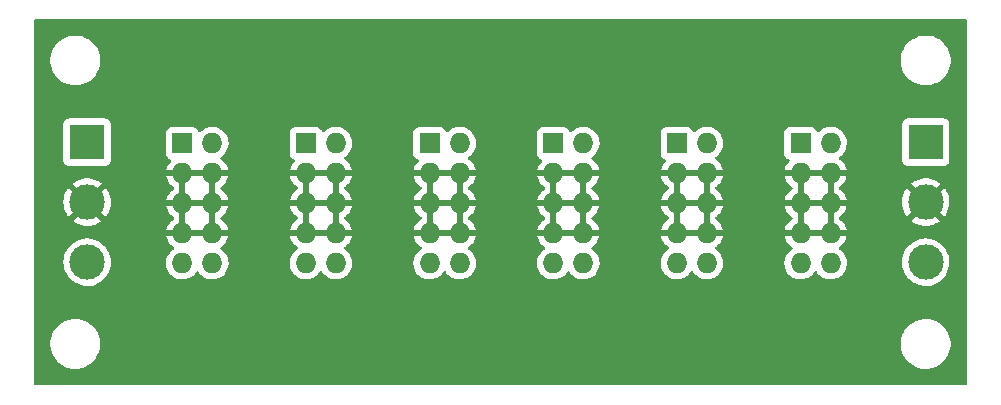
<source format=gbr>
%TF.GenerationSoftware,KiCad,Pcbnew,(6.0.0)*%
%TF.CreationDate,2022-01-31T19:36:33+00:00*%
%TF.ProjectId,BusyBusBoard,42757379-4275-4734-926f-6172642e6b69,rev?*%
%TF.SameCoordinates,Original*%
%TF.FileFunction,Copper,L2,Bot*%
%TF.FilePolarity,Positive*%
%FSLAX46Y46*%
G04 Gerber Fmt 4.6, Leading zero omitted, Abs format (unit mm)*
G04 Created by KiCad (PCBNEW (6.0.0)) date 2022-01-31 19:36:33*
%MOMM*%
%LPD*%
G01*
G04 APERTURE LIST*
%TA.AperFunction,ComponentPad*%
%ADD10C,3.000000*%
%TD*%
%TA.AperFunction,ComponentPad*%
%ADD11R,3.000000X3.000000*%
%TD*%
%TA.AperFunction,ComponentPad*%
%ADD12O,1.727200X1.727200*%
%TD*%
%TA.AperFunction,ComponentPad*%
%ADD13R,1.727200X1.727200*%
%TD*%
G04 APERTURE END LIST*
D10*
%TO.P,J1,3,Pin_3*%
%TO.N,+12V*%
X105000000Y-88080000D03*
%TO.P,J1,2,Pin_2*%
%TO.N,GND*%
X105000000Y-83000000D03*
D11*
%TO.P,J1,1,Pin_1*%
%TO.N,-12V*%
X105000000Y-77920000D03*
%TD*%
D12*
%TO.P,J4,10,Pin_10*%
%TO.N,+12V*%
X136540000Y-88160000D03*
%TO.P,J4,9,Pin_9*%
X134000000Y-88160000D03*
%TO.P,J4,8,Pin_8*%
%TO.N,GND*%
X136540000Y-85620000D03*
%TO.P,J4,7,Pin_7*%
X134000000Y-85620000D03*
%TO.P,J4,6,Pin_6*%
X136540000Y-83080000D03*
%TO.P,J4,5,Pin_5*%
X134000000Y-83080000D03*
%TO.P,J4,4,Pin_4*%
X136540000Y-80540000D03*
%TO.P,J4,3,Pin_3*%
X134000000Y-80540000D03*
%TO.P,J4,2,Pin_2*%
%TO.N,-12V*%
X136540000Y-78000000D03*
D13*
%TO.P,J4,1,Pin_1*%
X134000000Y-78000000D03*
%TD*%
D11*
%TO.P,J7,1,Pin_1*%
%TO.N,-12V*%
X176000000Y-77920000D03*
D10*
%TO.P,J7,2,Pin_2*%
%TO.N,GND*%
X176000000Y-83000000D03*
%TO.P,J7,3,Pin_3*%
%TO.N,+12V*%
X176000000Y-88080000D03*
%TD*%
D12*
%TO.P,J3,10,Pin_10*%
%TO.N,+12V*%
X126070000Y-88160000D03*
%TO.P,J3,9,Pin_9*%
X123530000Y-88160000D03*
%TO.P,J3,8,Pin_8*%
%TO.N,GND*%
X126070000Y-85620000D03*
%TO.P,J3,7,Pin_7*%
X123530000Y-85620000D03*
%TO.P,J3,6,Pin_6*%
X126070000Y-83080000D03*
%TO.P,J3,5,Pin_5*%
X123530000Y-83080000D03*
%TO.P,J3,4,Pin_4*%
X126070000Y-80540000D03*
%TO.P,J3,3,Pin_3*%
X123530000Y-80540000D03*
%TO.P,J3,2,Pin_2*%
%TO.N,-12V*%
X126070000Y-78000000D03*
D13*
%TO.P,J3,1,Pin_1*%
X123530000Y-78000000D03*
%TD*%
%TO.P,J5,1,Pin_1*%
%TO.N,-12V*%
X144470000Y-78000000D03*
D12*
%TO.P,J5,2,Pin_2*%
X147010000Y-78000000D03*
%TO.P,J5,3,Pin_3*%
%TO.N,GND*%
X144470000Y-80540000D03*
%TO.P,J5,4,Pin_4*%
X147010000Y-80540000D03*
%TO.P,J5,5,Pin_5*%
X144470000Y-83080000D03*
%TO.P,J5,6,Pin_6*%
X147010000Y-83080000D03*
%TO.P,J5,7,Pin_7*%
X144470000Y-85620000D03*
%TO.P,J5,8,Pin_8*%
X147010000Y-85620000D03*
%TO.P,J5,9,Pin_9*%
%TO.N,+12V*%
X144470000Y-88160000D03*
%TO.P,J5,10,Pin_10*%
X147010000Y-88160000D03*
%TD*%
%TO.P,J8,10,Pin_10*%
%TO.N,+12V*%
X167950000Y-88160000D03*
%TO.P,J8,9,Pin_9*%
X165410000Y-88160000D03*
%TO.P,J8,8,Pin_8*%
%TO.N,GND*%
X167950000Y-85620000D03*
%TO.P,J8,7,Pin_7*%
X165410000Y-85620000D03*
%TO.P,J8,6,Pin_6*%
X167950000Y-83080000D03*
%TO.P,J8,5,Pin_5*%
X165410000Y-83080000D03*
%TO.P,J8,4,Pin_4*%
X167950000Y-80540000D03*
%TO.P,J8,3,Pin_3*%
X165410000Y-80540000D03*
%TO.P,J8,2,Pin_2*%
%TO.N,-12V*%
X167950000Y-78000000D03*
D13*
%TO.P,J8,1,Pin_1*%
X165410000Y-78000000D03*
%TD*%
D12*
%TO.P,J6,10,Pin_10*%
%TO.N,+12V*%
X157480000Y-88160000D03*
%TO.P,J6,9,Pin_9*%
X154940000Y-88160000D03*
%TO.P,J6,8,Pin_8*%
%TO.N,GND*%
X157480000Y-85620000D03*
%TO.P,J6,7,Pin_7*%
X154940000Y-85620000D03*
%TO.P,J6,6,Pin_6*%
X157480000Y-83080000D03*
%TO.P,J6,5,Pin_5*%
X154940000Y-83080000D03*
%TO.P,J6,4,Pin_4*%
X157480000Y-80540000D03*
%TO.P,J6,3,Pin_3*%
X154940000Y-80540000D03*
%TO.P,J6,2,Pin_2*%
%TO.N,-12V*%
X157480000Y-78000000D03*
D13*
%TO.P,J6,1,Pin_1*%
X154940000Y-78000000D03*
%TD*%
%TO.P,J2,1,Pin_1*%
%TO.N,-12V*%
X113060000Y-78000000D03*
D12*
%TO.P,J2,2,Pin_2*%
X115600000Y-78000000D03*
%TO.P,J2,3,Pin_3*%
%TO.N,GND*%
X113060000Y-80540000D03*
%TO.P,J2,4,Pin_4*%
X115600000Y-80540000D03*
%TO.P,J2,5,Pin_5*%
X113060000Y-83080000D03*
%TO.P,J2,6,Pin_6*%
X115600000Y-83080000D03*
%TO.P,J2,7,Pin_7*%
X113060000Y-85620000D03*
%TO.P,J2,8,Pin_8*%
X115600000Y-85620000D03*
%TO.P,J2,9,Pin_9*%
%TO.N,+12V*%
X113060000Y-88160000D03*
%TO.P,J2,10,Pin_10*%
X115600000Y-88160000D03*
%TD*%
%TA.AperFunction,Conductor*%
%TO.N,GND*%
G36*
X179434121Y-67528002D02*
G01*
X179480614Y-67581658D01*
X179492000Y-67634000D01*
X179492000Y-98366000D01*
X179471998Y-98434121D01*
X179418342Y-98480614D01*
X179366000Y-98492000D01*
X100634000Y-98492000D01*
X100565879Y-98471998D01*
X100519386Y-98418342D01*
X100508000Y-98366000D01*
X100508000Y-95132703D01*
X101890743Y-95132703D01*
X101928268Y-95417734D01*
X102004129Y-95695036D01*
X102116923Y-95959476D01*
X102264561Y-96206161D01*
X102444313Y-96430528D01*
X102652851Y-96628423D01*
X102886317Y-96796186D01*
X102890112Y-96798195D01*
X102890113Y-96798196D01*
X102911869Y-96809715D01*
X103140392Y-96930712D01*
X103410373Y-97029511D01*
X103691264Y-97090755D01*
X103719841Y-97093004D01*
X103914282Y-97108307D01*
X103914291Y-97108307D01*
X103916739Y-97108500D01*
X104072271Y-97108500D01*
X104074407Y-97108354D01*
X104074418Y-97108354D01*
X104282548Y-97094165D01*
X104282554Y-97094164D01*
X104286825Y-97093873D01*
X104291020Y-97093004D01*
X104291022Y-97093004D01*
X104427583Y-97064724D01*
X104568342Y-97035574D01*
X104839343Y-96939607D01*
X105094812Y-96807750D01*
X105098313Y-96805289D01*
X105098317Y-96805287D01*
X105212418Y-96725095D01*
X105330023Y-96642441D01*
X105540622Y-96446740D01*
X105722713Y-96224268D01*
X105872927Y-95979142D01*
X105988483Y-95715898D01*
X106067244Y-95439406D01*
X106107751Y-95154784D01*
X106107845Y-95136951D01*
X106107867Y-95132703D01*
X173890743Y-95132703D01*
X173928268Y-95417734D01*
X174004129Y-95695036D01*
X174116923Y-95959476D01*
X174264561Y-96206161D01*
X174444313Y-96430528D01*
X174652851Y-96628423D01*
X174886317Y-96796186D01*
X174890112Y-96798195D01*
X174890113Y-96798196D01*
X174911869Y-96809715D01*
X175140392Y-96930712D01*
X175410373Y-97029511D01*
X175691264Y-97090755D01*
X175719841Y-97093004D01*
X175914282Y-97108307D01*
X175914291Y-97108307D01*
X175916739Y-97108500D01*
X176072271Y-97108500D01*
X176074407Y-97108354D01*
X176074418Y-97108354D01*
X176282548Y-97094165D01*
X176282554Y-97094164D01*
X176286825Y-97093873D01*
X176291020Y-97093004D01*
X176291022Y-97093004D01*
X176427583Y-97064724D01*
X176568342Y-97035574D01*
X176839343Y-96939607D01*
X177094812Y-96807750D01*
X177098313Y-96805289D01*
X177098317Y-96805287D01*
X177212418Y-96725095D01*
X177330023Y-96642441D01*
X177540622Y-96446740D01*
X177722713Y-96224268D01*
X177872927Y-95979142D01*
X177988483Y-95715898D01*
X178067244Y-95439406D01*
X178107751Y-95154784D01*
X178107845Y-95136951D01*
X178109235Y-94871583D01*
X178109235Y-94871576D01*
X178109257Y-94867297D01*
X178071732Y-94582266D01*
X177995871Y-94304964D01*
X177883077Y-94040524D01*
X177735439Y-93793839D01*
X177555687Y-93569472D01*
X177347149Y-93371577D01*
X177113683Y-93203814D01*
X177091843Y-93192250D01*
X177068654Y-93179972D01*
X176859608Y-93069288D01*
X176589627Y-92970489D01*
X176308736Y-92909245D01*
X176277685Y-92906801D01*
X176085718Y-92891693D01*
X176085709Y-92891693D01*
X176083261Y-92891500D01*
X175927729Y-92891500D01*
X175925593Y-92891646D01*
X175925582Y-92891646D01*
X175717452Y-92905835D01*
X175717446Y-92905836D01*
X175713175Y-92906127D01*
X175708980Y-92906996D01*
X175708978Y-92906996D01*
X175572417Y-92935276D01*
X175431658Y-92964426D01*
X175160657Y-93060393D01*
X174905188Y-93192250D01*
X174901687Y-93194711D01*
X174901683Y-93194713D01*
X174891594Y-93201804D01*
X174669977Y-93357559D01*
X174459378Y-93553260D01*
X174277287Y-93775732D01*
X174127073Y-94020858D01*
X174011517Y-94284102D01*
X173932756Y-94560594D01*
X173892249Y-94845216D01*
X173892227Y-94849505D01*
X173892226Y-94849512D01*
X173890765Y-95128417D01*
X173890743Y-95132703D01*
X106107867Y-95132703D01*
X106109235Y-94871583D01*
X106109235Y-94871576D01*
X106109257Y-94867297D01*
X106071732Y-94582266D01*
X105995871Y-94304964D01*
X105883077Y-94040524D01*
X105735439Y-93793839D01*
X105555687Y-93569472D01*
X105347149Y-93371577D01*
X105113683Y-93203814D01*
X105091843Y-93192250D01*
X105068654Y-93179972D01*
X104859608Y-93069288D01*
X104589627Y-92970489D01*
X104308736Y-92909245D01*
X104277685Y-92906801D01*
X104085718Y-92891693D01*
X104085709Y-92891693D01*
X104083261Y-92891500D01*
X103927729Y-92891500D01*
X103925593Y-92891646D01*
X103925582Y-92891646D01*
X103717452Y-92905835D01*
X103717446Y-92905836D01*
X103713175Y-92906127D01*
X103708980Y-92906996D01*
X103708978Y-92906996D01*
X103572417Y-92935276D01*
X103431658Y-92964426D01*
X103160657Y-93060393D01*
X102905188Y-93192250D01*
X102901687Y-93194711D01*
X102901683Y-93194713D01*
X102891594Y-93201804D01*
X102669977Y-93357559D01*
X102459378Y-93553260D01*
X102277287Y-93775732D01*
X102127073Y-94020858D01*
X102011517Y-94284102D01*
X101932756Y-94560594D01*
X101892249Y-94845216D01*
X101892227Y-94849505D01*
X101892226Y-94849512D01*
X101890765Y-95128417D01*
X101890743Y-95132703D01*
X100508000Y-95132703D01*
X100508000Y-88058918D01*
X102986917Y-88058918D01*
X103002682Y-88332320D01*
X103003507Y-88336525D01*
X103003508Y-88336533D01*
X103033917Y-88491526D01*
X103055405Y-88601053D01*
X103056792Y-88605103D01*
X103056793Y-88605108D01*
X103135165Y-88834013D01*
X103144112Y-88860144D01*
X103267160Y-89104799D01*
X103269586Y-89108328D01*
X103269589Y-89108334D01*
X103392941Y-89287810D01*
X103422274Y-89330490D01*
X103425161Y-89333663D01*
X103425162Y-89333664D01*
X103524982Y-89443365D01*
X103606582Y-89533043D01*
X103816675Y-89708707D01*
X103820316Y-89710991D01*
X104045024Y-89851951D01*
X104045028Y-89851953D01*
X104048664Y-89854234D01*
X104116544Y-89884883D01*
X104294345Y-89965164D01*
X104294349Y-89965166D01*
X104298257Y-89966930D01*
X104302377Y-89968150D01*
X104302376Y-89968150D01*
X104556723Y-90043491D01*
X104556727Y-90043492D01*
X104560836Y-90044709D01*
X104565070Y-90045357D01*
X104565075Y-90045358D01*
X104827298Y-90085483D01*
X104827300Y-90085483D01*
X104831540Y-90086132D01*
X104970912Y-90088322D01*
X105101071Y-90090367D01*
X105101077Y-90090367D01*
X105105362Y-90090434D01*
X105377235Y-90057534D01*
X105642127Y-89988041D01*
X105646087Y-89986401D01*
X105646092Y-89986399D01*
X105768632Y-89935641D01*
X105895136Y-89883241D01*
X106131582Y-89745073D01*
X106347089Y-89576094D01*
X106388809Y-89533043D01*
X106516142Y-89401645D01*
X106537669Y-89379431D01*
X106540202Y-89375983D01*
X106540206Y-89375978D01*
X106697257Y-89162178D01*
X106699795Y-89158723D01*
X106727154Y-89108334D01*
X106828418Y-88921830D01*
X106828419Y-88921828D01*
X106830468Y-88918054D01*
X106918976Y-88683825D01*
X106925751Y-88665895D01*
X106925752Y-88665891D01*
X106927269Y-88661877D01*
X106988407Y-88394933D01*
X106991823Y-88356666D01*
X107012376Y-88126362D01*
X111683609Y-88126362D01*
X111683906Y-88131514D01*
X111683906Y-88131518D01*
X111689618Y-88230578D01*
X111696597Y-88351614D01*
X111697734Y-88356660D01*
X111697735Y-88356666D01*
X111718984Y-88450952D01*
X111746200Y-88571720D01*
X111748142Y-88576502D01*
X111748143Y-88576506D01*
X111784822Y-88666835D01*
X111831086Y-88780769D01*
X111948975Y-88973147D01*
X112096702Y-89143687D01*
X112270299Y-89287810D01*
X112274751Y-89290412D01*
X112274756Y-89290415D01*
X112432356Y-89382509D01*
X112465103Y-89401645D01*
X112675884Y-89482134D01*
X112680952Y-89483165D01*
X112680955Y-89483166D01*
X112789404Y-89505230D01*
X112896981Y-89527117D01*
X112902156Y-89527307D01*
X112902158Y-89527307D01*
X113117292Y-89535196D01*
X113117296Y-89535196D01*
X113122456Y-89535385D01*
X113127576Y-89534729D01*
X113127578Y-89534729D01*
X113196985Y-89525838D01*
X113346253Y-89506716D01*
X113351202Y-89505231D01*
X113351208Y-89505230D01*
X113557413Y-89443365D01*
X113557412Y-89443365D01*
X113562363Y-89441880D01*
X113657419Y-89395312D01*
X113760331Y-89344897D01*
X113760336Y-89344894D01*
X113764982Y-89342618D01*
X113769192Y-89339615D01*
X113769197Y-89339612D01*
X113944455Y-89214601D01*
X113944459Y-89214597D01*
X113948667Y-89211596D01*
X114108487Y-89052333D01*
X114202263Y-88921830D01*
X114229370Y-88884107D01*
X114285364Y-88840459D01*
X114356068Y-88834013D01*
X114419032Y-88866816D01*
X114439125Y-88891799D01*
X114486275Y-88968743D01*
X114486279Y-88968748D01*
X114488975Y-88973147D01*
X114636702Y-89143687D01*
X114810299Y-89287810D01*
X114814751Y-89290412D01*
X114814756Y-89290415D01*
X114972356Y-89382509D01*
X115005103Y-89401645D01*
X115215884Y-89482134D01*
X115220952Y-89483165D01*
X115220955Y-89483166D01*
X115329404Y-89505230D01*
X115436981Y-89527117D01*
X115442156Y-89527307D01*
X115442158Y-89527307D01*
X115657292Y-89535196D01*
X115657296Y-89535196D01*
X115662456Y-89535385D01*
X115667576Y-89534729D01*
X115667578Y-89534729D01*
X115736985Y-89525838D01*
X115886253Y-89506716D01*
X115891202Y-89505231D01*
X115891208Y-89505230D01*
X116097413Y-89443365D01*
X116097412Y-89443365D01*
X116102363Y-89441880D01*
X116197419Y-89395312D01*
X116300331Y-89344897D01*
X116300336Y-89344894D01*
X116304982Y-89342618D01*
X116309192Y-89339615D01*
X116309197Y-89339612D01*
X116484455Y-89214601D01*
X116484459Y-89214597D01*
X116488667Y-89211596D01*
X116648487Y-89052333D01*
X116780150Y-88869105D01*
X116880118Y-88666835D01*
X116945708Y-88450952D01*
X116959467Y-88346445D01*
X116974721Y-88230578D01*
X116974722Y-88230572D01*
X116975158Y-88227256D01*
X116976802Y-88160000D01*
X116974037Y-88126362D01*
X122153609Y-88126362D01*
X122153906Y-88131514D01*
X122153906Y-88131518D01*
X122159618Y-88230578D01*
X122166597Y-88351614D01*
X122167734Y-88356660D01*
X122167735Y-88356666D01*
X122188984Y-88450952D01*
X122216200Y-88571720D01*
X122218142Y-88576502D01*
X122218143Y-88576506D01*
X122254822Y-88666835D01*
X122301086Y-88780769D01*
X122418975Y-88973147D01*
X122566702Y-89143687D01*
X122740299Y-89287810D01*
X122744751Y-89290412D01*
X122744756Y-89290415D01*
X122902356Y-89382509D01*
X122935103Y-89401645D01*
X123145884Y-89482134D01*
X123150952Y-89483165D01*
X123150955Y-89483166D01*
X123259404Y-89505230D01*
X123366981Y-89527117D01*
X123372156Y-89527307D01*
X123372158Y-89527307D01*
X123587292Y-89535196D01*
X123587296Y-89535196D01*
X123592456Y-89535385D01*
X123597576Y-89534729D01*
X123597578Y-89534729D01*
X123666985Y-89525838D01*
X123816253Y-89506716D01*
X123821202Y-89505231D01*
X123821208Y-89505230D01*
X124027413Y-89443365D01*
X124027412Y-89443365D01*
X124032363Y-89441880D01*
X124127419Y-89395312D01*
X124230331Y-89344897D01*
X124230336Y-89344894D01*
X124234982Y-89342618D01*
X124239192Y-89339615D01*
X124239197Y-89339612D01*
X124414455Y-89214601D01*
X124414459Y-89214597D01*
X124418667Y-89211596D01*
X124578487Y-89052333D01*
X124672263Y-88921830D01*
X124699370Y-88884107D01*
X124755364Y-88840459D01*
X124826068Y-88834013D01*
X124889032Y-88866816D01*
X124909125Y-88891799D01*
X124956275Y-88968743D01*
X124956279Y-88968748D01*
X124958975Y-88973147D01*
X125106702Y-89143687D01*
X125280299Y-89287810D01*
X125284751Y-89290412D01*
X125284756Y-89290415D01*
X125442356Y-89382509D01*
X125475103Y-89401645D01*
X125685884Y-89482134D01*
X125690952Y-89483165D01*
X125690955Y-89483166D01*
X125799404Y-89505230D01*
X125906981Y-89527117D01*
X125912156Y-89527307D01*
X125912158Y-89527307D01*
X126127292Y-89535196D01*
X126127296Y-89535196D01*
X126132456Y-89535385D01*
X126137576Y-89534729D01*
X126137578Y-89534729D01*
X126206985Y-89525838D01*
X126356253Y-89506716D01*
X126361202Y-89505231D01*
X126361208Y-89505230D01*
X126567413Y-89443365D01*
X126567412Y-89443365D01*
X126572363Y-89441880D01*
X126667419Y-89395312D01*
X126770331Y-89344897D01*
X126770336Y-89344894D01*
X126774982Y-89342618D01*
X126779192Y-89339615D01*
X126779197Y-89339612D01*
X126954455Y-89214601D01*
X126954459Y-89214597D01*
X126958667Y-89211596D01*
X127118487Y-89052333D01*
X127250150Y-88869105D01*
X127350118Y-88666835D01*
X127415708Y-88450952D01*
X127429467Y-88346445D01*
X127444721Y-88230578D01*
X127444722Y-88230572D01*
X127445158Y-88227256D01*
X127446802Y-88160000D01*
X127444037Y-88126362D01*
X132623609Y-88126362D01*
X132623906Y-88131514D01*
X132623906Y-88131518D01*
X132629618Y-88230578D01*
X132636597Y-88351614D01*
X132637734Y-88356660D01*
X132637735Y-88356666D01*
X132658984Y-88450952D01*
X132686200Y-88571720D01*
X132688142Y-88576502D01*
X132688143Y-88576506D01*
X132724822Y-88666835D01*
X132771086Y-88780769D01*
X132888975Y-88973147D01*
X133036702Y-89143687D01*
X133210299Y-89287810D01*
X133214751Y-89290412D01*
X133214756Y-89290415D01*
X133372356Y-89382509D01*
X133405103Y-89401645D01*
X133615884Y-89482134D01*
X133620952Y-89483165D01*
X133620955Y-89483166D01*
X133729404Y-89505230D01*
X133836981Y-89527117D01*
X133842156Y-89527307D01*
X133842158Y-89527307D01*
X134057292Y-89535196D01*
X134057296Y-89535196D01*
X134062456Y-89535385D01*
X134067576Y-89534729D01*
X134067578Y-89534729D01*
X134136985Y-89525838D01*
X134286253Y-89506716D01*
X134291202Y-89505231D01*
X134291208Y-89505230D01*
X134497413Y-89443365D01*
X134497412Y-89443365D01*
X134502363Y-89441880D01*
X134597419Y-89395312D01*
X134700331Y-89344897D01*
X134700336Y-89344894D01*
X134704982Y-89342618D01*
X134709192Y-89339615D01*
X134709197Y-89339612D01*
X134884455Y-89214601D01*
X134884459Y-89214597D01*
X134888667Y-89211596D01*
X135048487Y-89052333D01*
X135142263Y-88921830D01*
X135169370Y-88884107D01*
X135225364Y-88840459D01*
X135296068Y-88834013D01*
X135359032Y-88866816D01*
X135379125Y-88891799D01*
X135426275Y-88968743D01*
X135426279Y-88968748D01*
X135428975Y-88973147D01*
X135576702Y-89143687D01*
X135750299Y-89287810D01*
X135754751Y-89290412D01*
X135754756Y-89290415D01*
X135912356Y-89382509D01*
X135945103Y-89401645D01*
X136155884Y-89482134D01*
X136160952Y-89483165D01*
X136160955Y-89483166D01*
X136269404Y-89505230D01*
X136376981Y-89527117D01*
X136382156Y-89527307D01*
X136382158Y-89527307D01*
X136597292Y-89535196D01*
X136597296Y-89535196D01*
X136602456Y-89535385D01*
X136607576Y-89534729D01*
X136607578Y-89534729D01*
X136676985Y-89525838D01*
X136826253Y-89506716D01*
X136831202Y-89505231D01*
X136831208Y-89505230D01*
X137037413Y-89443365D01*
X137037412Y-89443365D01*
X137042363Y-89441880D01*
X137137419Y-89395312D01*
X137240331Y-89344897D01*
X137240336Y-89344894D01*
X137244982Y-89342618D01*
X137249192Y-89339615D01*
X137249197Y-89339612D01*
X137424455Y-89214601D01*
X137424459Y-89214597D01*
X137428667Y-89211596D01*
X137588487Y-89052333D01*
X137720150Y-88869105D01*
X137820118Y-88666835D01*
X137885708Y-88450952D01*
X137899467Y-88346445D01*
X137914721Y-88230578D01*
X137914722Y-88230572D01*
X137915158Y-88227256D01*
X137916802Y-88160000D01*
X137914037Y-88126362D01*
X143093609Y-88126362D01*
X143093906Y-88131514D01*
X143093906Y-88131518D01*
X143099618Y-88230578D01*
X143106597Y-88351614D01*
X143107734Y-88356660D01*
X143107735Y-88356666D01*
X143128984Y-88450952D01*
X143156200Y-88571720D01*
X143158142Y-88576502D01*
X143158143Y-88576506D01*
X143194822Y-88666835D01*
X143241086Y-88780769D01*
X143358975Y-88973147D01*
X143506702Y-89143687D01*
X143680299Y-89287810D01*
X143684751Y-89290412D01*
X143684756Y-89290415D01*
X143842356Y-89382509D01*
X143875103Y-89401645D01*
X144085884Y-89482134D01*
X144090952Y-89483165D01*
X144090955Y-89483166D01*
X144199404Y-89505230D01*
X144306981Y-89527117D01*
X144312156Y-89527307D01*
X144312158Y-89527307D01*
X144527292Y-89535196D01*
X144527296Y-89535196D01*
X144532456Y-89535385D01*
X144537576Y-89534729D01*
X144537578Y-89534729D01*
X144606985Y-89525838D01*
X144756253Y-89506716D01*
X144761202Y-89505231D01*
X144761208Y-89505230D01*
X144967413Y-89443365D01*
X144967412Y-89443365D01*
X144972363Y-89441880D01*
X145067419Y-89395312D01*
X145170331Y-89344897D01*
X145170336Y-89344894D01*
X145174982Y-89342618D01*
X145179192Y-89339615D01*
X145179197Y-89339612D01*
X145354455Y-89214601D01*
X145354459Y-89214597D01*
X145358667Y-89211596D01*
X145518487Y-89052333D01*
X145612263Y-88921830D01*
X145639370Y-88884107D01*
X145695364Y-88840459D01*
X145766068Y-88834013D01*
X145829032Y-88866816D01*
X145849125Y-88891799D01*
X145896275Y-88968743D01*
X145896279Y-88968748D01*
X145898975Y-88973147D01*
X146046702Y-89143687D01*
X146220299Y-89287810D01*
X146224751Y-89290412D01*
X146224756Y-89290415D01*
X146382356Y-89382509D01*
X146415103Y-89401645D01*
X146625884Y-89482134D01*
X146630952Y-89483165D01*
X146630955Y-89483166D01*
X146739404Y-89505230D01*
X146846981Y-89527117D01*
X146852156Y-89527307D01*
X146852158Y-89527307D01*
X147067292Y-89535196D01*
X147067296Y-89535196D01*
X147072456Y-89535385D01*
X147077576Y-89534729D01*
X147077578Y-89534729D01*
X147146985Y-89525838D01*
X147296253Y-89506716D01*
X147301202Y-89505231D01*
X147301208Y-89505230D01*
X147507413Y-89443365D01*
X147507412Y-89443365D01*
X147512363Y-89441880D01*
X147607419Y-89395312D01*
X147710331Y-89344897D01*
X147710336Y-89344894D01*
X147714982Y-89342618D01*
X147719192Y-89339615D01*
X147719197Y-89339612D01*
X147894455Y-89214601D01*
X147894459Y-89214597D01*
X147898667Y-89211596D01*
X148058487Y-89052333D01*
X148190150Y-88869105D01*
X148290118Y-88666835D01*
X148355708Y-88450952D01*
X148369467Y-88346445D01*
X148384721Y-88230578D01*
X148384722Y-88230572D01*
X148385158Y-88227256D01*
X148386802Y-88160000D01*
X148384037Y-88126362D01*
X153563609Y-88126362D01*
X153563906Y-88131514D01*
X153563906Y-88131518D01*
X153569618Y-88230578D01*
X153576597Y-88351614D01*
X153577734Y-88356660D01*
X153577735Y-88356666D01*
X153598984Y-88450952D01*
X153626200Y-88571720D01*
X153628142Y-88576502D01*
X153628143Y-88576506D01*
X153664822Y-88666835D01*
X153711086Y-88780769D01*
X153828975Y-88973147D01*
X153976702Y-89143687D01*
X154150299Y-89287810D01*
X154154751Y-89290412D01*
X154154756Y-89290415D01*
X154312356Y-89382509D01*
X154345103Y-89401645D01*
X154555884Y-89482134D01*
X154560952Y-89483165D01*
X154560955Y-89483166D01*
X154669404Y-89505230D01*
X154776981Y-89527117D01*
X154782156Y-89527307D01*
X154782158Y-89527307D01*
X154997292Y-89535196D01*
X154997296Y-89535196D01*
X155002456Y-89535385D01*
X155007576Y-89534729D01*
X155007578Y-89534729D01*
X155076985Y-89525838D01*
X155226253Y-89506716D01*
X155231202Y-89505231D01*
X155231208Y-89505230D01*
X155437413Y-89443365D01*
X155437412Y-89443365D01*
X155442363Y-89441880D01*
X155537419Y-89395312D01*
X155640331Y-89344897D01*
X155640336Y-89344894D01*
X155644982Y-89342618D01*
X155649192Y-89339615D01*
X155649197Y-89339612D01*
X155824455Y-89214601D01*
X155824459Y-89214597D01*
X155828667Y-89211596D01*
X155988487Y-89052333D01*
X156082263Y-88921830D01*
X156109370Y-88884107D01*
X156165364Y-88840459D01*
X156236068Y-88834013D01*
X156299032Y-88866816D01*
X156319125Y-88891799D01*
X156366275Y-88968743D01*
X156366279Y-88968748D01*
X156368975Y-88973147D01*
X156516702Y-89143687D01*
X156690299Y-89287810D01*
X156694751Y-89290412D01*
X156694756Y-89290415D01*
X156852356Y-89382509D01*
X156885103Y-89401645D01*
X157095884Y-89482134D01*
X157100952Y-89483165D01*
X157100955Y-89483166D01*
X157209404Y-89505230D01*
X157316981Y-89527117D01*
X157322156Y-89527307D01*
X157322158Y-89527307D01*
X157537292Y-89535196D01*
X157537296Y-89535196D01*
X157542456Y-89535385D01*
X157547576Y-89534729D01*
X157547578Y-89534729D01*
X157616985Y-89525838D01*
X157766253Y-89506716D01*
X157771202Y-89505231D01*
X157771208Y-89505230D01*
X157977413Y-89443365D01*
X157977412Y-89443365D01*
X157982363Y-89441880D01*
X158077419Y-89395312D01*
X158180331Y-89344897D01*
X158180336Y-89344894D01*
X158184982Y-89342618D01*
X158189192Y-89339615D01*
X158189197Y-89339612D01*
X158364455Y-89214601D01*
X158364459Y-89214597D01*
X158368667Y-89211596D01*
X158528487Y-89052333D01*
X158660150Y-88869105D01*
X158760118Y-88666835D01*
X158825708Y-88450952D01*
X158839467Y-88346445D01*
X158854721Y-88230578D01*
X158854722Y-88230572D01*
X158855158Y-88227256D01*
X158856802Y-88160000D01*
X158854037Y-88126362D01*
X164033609Y-88126362D01*
X164033906Y-88131514D01*
X164033906Y-88131518D01*
X164039618Y-88230578D01*
X164046597Y-88351614D01*
X164047734Y-88356660D01*
X164047735Y-88356666D01*
X164068984Y-88450952D01*
X164096200Y-88571720D01*
X164098142Y-88576502D01*
X164098143Y-88576506D01*
X164134822Y-88666835D01*
X164181086Y-88780769D01*
X164298975Y-88973147D01*
X164446702Y-89143687D01*
X164620299Y-89287810D01*
X164624751Y-89290412D01*
X164624756Y-89290415D01*
X164782356Y-89382509D01*
X164815103Y-89401645D01*
X165025884Y-89482134D01*
X165030952Y-89483165D01*
X165030955Y-89483166D01*
X165139404Y-89505230D01*
X165246981Y-89527117D01*
X165252156Y-89527307D01*
X165252158Y-89527307D01*
X165467292Y-89535196D01*
X165467296Y-89535196D01*
X165472456Y-89535385D01*
X165477576Y-89534729D01*
X165477578Y-89534729D01*
X165546985Y-89525838D01*
X165696253Y-89506716D01*
X165701202Y-89505231D01*
X165701208Y-89505230D01*
X165907413Y-89443365D01*
X165907412Y-89443365D01*
X165912363Y-89441880D01*
X166007419Y-89395312D01*
X166110331Y-89344897D01*
X166110336Y-89344894D01*
X166114982Y-89342618D01*
X166119192Y-89339615D01*
X166119197Y-89339612D01*
X166294455Y-89214601D01*
X166294459Y-89214597D01*
X166298667Y-89211596D01*
X166458487Y-89052333D01*
X166552263Y-88921830D01*
X166579370Y-88884107D01*
X166635364Y-88840459D01*
X166706068Y-88834013D01*
X166769032Y-88866816D01*
X166789125Y-88891799D01*
X166836275Y-88968743D01*
X166836279Y-88968748D01*
X166838975Y-88973147D01*
X166986702Y-89143687D01*
X167160299Y-89287810D01*
X167164751Y-89290412D01*
X167164756Y-89290415D01*
X167322356Y-89382509D01*
X167355103Y-89401645D01*
X167565884Y-89482134D01*
X167570952Y-89483165D01*
X167570955Y-89483166D01*
X167679404Y-89505230D01*
X167786981Y-89527117D01*
X167792156Y-89527307D01*
X167792158Y-89527307D01*
X168007292Y-89535196D01*
X168007296Y-89535196D01*
X168012456Y-89535385D01*
X168017576Y-89534729D01*
X168017578Y-89534729D01*
X168086985Y-89525838D01*
X168236253Y-89506716D01*
X168241202Y-89505231D01*
X168241208Y-89505230D01*
X168447413Y-89443365D01*
X168447412Y-89443365D01*
X168452363Y-89441880D01*
X168547419Y-89395312D01*
X168650331Y-89344897D01*
X168650336Y-89344894D01*
X168654982Y-89342618D01*
X168659192Y-89339615D01*
X168659197Y-89339612D01*
X168834455Y-89214601D01*
X168834459Y-89214597D01*
X168838667Y-89211596D01*
X168998487Y-89052333D01*
X169130150Y-88869105D01*
X169230118Y-88666835D01*
X169295708Y-88450952D01*
X169309467Y-88346445D01*
X169324721Y-88230578D01*
X169324722Y-88230572D01*
X169325158Y-88227256D01*
X169326802Y-88160000D01*
X169318492Y-88058918D01*
X173986917Y-88058918D01*
X174002682Y-88332320D01*
X174003507Y-88336525D01*
X174003508Y-88336533D01*
X174033917Y-88491526D01*
X174055405Y-88601053D01*
X174056792Y-88605103D01*
X174056793Y-88605108D01*
X174135165Y-88834013D01*
X174144112Y-88860144D01*
X174267160Y-89104799D01*
X174269586Y-89108328D01*
X174269589Y-89108334D01*
X174392941Y-89287810D01*
X174422274Y-89330490D01*
X174425161Y-89333663D01*
X174425162Y-89333664D01*
X174524982Y-89443365D01*
X174606582Y-89533043D01*
X174816675Y-89708707D01*
X174820316Y-89710991D01*
X175045024Y-89851951D01*
X175045028Y-89851953D01*
X175048664Y-89854234D01*
X175116544Y-89884883D01*
X175294345Y-89965164D01*
X175294349Y-89965166D01*
X175298257Y-89966930D01*
X175302377Y-89968150D01*
X175302376Y-89968150D01*
X175556723Y-90043491D01*
X175556727Y-90043492D01*
X175560836Y-90044709D01*
X175565070Y-90045357D01*
X175565075Y-90045358D01*
X175827298Y-90085483D01*
X175827300Y-90085483D01*
X175831540Y-90086132D01*
X175970912Y-90088322D01*
X176101071Y-90090367D01*
X176101077Y-90090367D01*
X176105362Y-90090434D01*
X176377235Y-90057534D01*
X176642127Y-89988041D01*
X176646087Y-89986401D01*
X176646092Y-89986399D01*
X176768632Y-89935641D01*
X176895136Y-89883241D01*
X177131582Y-89745073D01*
X177347089Y-89576094D01*
X177388809Y-89533043D01*
X177516142Y-89401645D01*
X177537669Y-89379431D01*
X177540202Y-89375983D01*
X177540206Y-89375978D01*
X177697257Y-89162178D01*
X177699795Y-89158723D01*
X177727154Y-89108334D01*
X177828418Y-88921830D01*
X177828419Y-88921828D01*
X177830468Y-88918054D01*
X177918976Y-88683825D01*
X177925751Y-88665895D01*
X177925752Y-88665891D01*
X177927269Y-88661877D01*
X177988407Y-88394933D01*
X177991823Y-88356666D01*
X178012531Y-88124627D01*
X178012531Y-88124625D01*
X178012751Y-88122161D01*
X178013193Y-88080000D01*
X178001410Y-87907150D01*
X177994859Y-87811055D01*
X177994858Y-87811049D01*
X177994567Y-87806778D01*
X177939032Y-87538612D01*
X177847617Y-87280465D01*
X177722013Y-87037112D01*
X177712040Y-87022921D01*
X177576853Y-86830570D01*
X177564545Y-86813057D01*
X177435526Y-86674216D01*
X177381046Y-86615588D01*
X177381043Y-86615585D01*
X177378125Y-86612445D01*
X177374810Y-86609731D01*
X177374806Y-86609728D01*
X177169523Y-86441706D01*
X177166205Y-86438990D01*
X176932704Y-86295901D01*
X176926351Y-86293112D01*
X176685873Y-86187549D01*
X176685869Y-86187548D01*
X176681945Y-86185825D01*
X176418566Y-86110800D01*
X176414324Y-86110196D01*
X176414318Y-86110195D01*
X176213834Y-86081662D01*
X176147443Y-86072213D01*
X176003589Y-86071460D01*
X175877877Y-86070802D01*
X175877871Y-86070802D01*
X175873591Y-86070780D01*
X175869347Y-86071339D01*
X175869343Y-86071339D01*
X175750302Y-86087011D01*
X175602078Y-86106525D01*
X175597938Y-86107658D01*
X175597936Y-86107658D01*
X175546611Y-86121699D01*
X175337928Y-86178788D01*
X175333980Y-86180472D01*
X175089982Y-86284546D01*
X175089978Y-86284548D01*
X175086030Y-86286232D01*
X174990833Y-86343206D01*
X174854725Y-86424664D01*
X174854721Y-86424667D01*
X174851043Y-86426868D01*
X174637318Y-86598094D01*
X174620717Y-86615588D01*
X174455863Y-86789308D01*
X174448808Y-86796742D01*
X174289002Y-87019136D01*
X174160857Y-87261161D01*
X174159385Y-87265184D01*
X174159383Y-87265188D01*
X174068214Y-87514317D01*
X174066743Y-87518337D01*
X174008404Y-87785907D01*
X173986917Y-88058918D01*
X169318492Y-88058918D01*
X169308315Y-87935132D01*
X169253349Y-87716304D01*
X169163380Y-87509391D01*
X169115282Y-87435043D01*
X169043634Y-87324291D01*
X169043632Y-87324288D01*
X169040826Y-87319951D01*
X168888977Y-87153071D01*
X168884926Y-87149872D01*
X168884922Y-87149868D01*
X168715966Y-87016434D01*
X168715962Y-87016432D01*
X168711911Y-87013232D01*
X168707387Y-87010734D01*
X168707383Y-87010732D01*
X168688048Y-87000058D01*
X168638079Y-86949625D01*
X168623308Y-86880182D01*
X168648426Y-86813777D01*
X168675776Y-86787172D01*
X168834136Y-86674216D01*
X168842003Y-86667567D01*
X168994445Y-86515656D01*
X169001122Y-86507811D01*
X169126702Y-86333047D01*
X169132013Y-86324208D01*
X169227358Y-86131292D01*
X169231156Y-86121699D01*
X169293716Y-85915791D01*
X169295893Y-85905721D01*
X169297705Y-85891960D01*
X169295493Y-85877778D01*
X169282336Y-85874000D01*
X164079283Y-85874000D01*
X164065752Y-85877973D01*
X164064315Y-85887966D01*
X164095542Y-86026528D01*
X164098621Y-86036356D01*
X164179589Y-86235756D01*
X164184232Y-86244947D01*
X164296682Y-86428448D01*
X164302765Y-86436759D01*
X164443665Y-86599417D01*
X164451032Y-86606633D01*
X164616606Y-86744095D01*
X164625057Y-86750013D01*
X164674545Y-86778932D01*
X164723268Y-86830570D01*
X164736339Y-86900353D01*
X164709607Y-86966125D01*
X164678932Y-86993608D01*
X164676335Y-86994960D01*
X164672202Y-86998063D01*
X164672199Y-86998065D01*
X164615123Y-87040919D01*
X164495905Y-87130430D01*
X164492333Y-87134168D01*
X164348667Y-87284506D01*
X164340024Y-87293550D01*
X164212878Y-87479940D01*
X164210704Y-87484624D01*
X164210702Y-87484627D01*
X164139402Y-87638231D01*
X164117881Y-87684593D01*
X164057585Y-87902013D01*
X164033609Y-88126362D01*
X158854037Y-88126362D01*
X158838315Y-87935132D01*
X158783349Y-87716304D01*
X158693380Y-87509391D01*
X158645282Y-87435043D01*
X158573634Y-87324291D01*
X158573632Y-87324288D01*
X158570826Y-87319951D01*
X158418977Y-87153071D01*
X158414926Y-87149872D01*
X158414922Y-87149868D01*
X158245966Y-87016434D01*
X158245962Y-87016432D01*
X158241911Y-87013232D01*
X158237387Y-87010734D01*
X158237383Y-87010732D01*
X158218048Y-87000058D01*
X158168079Y-86949625D01*
X158153308Y-86880182D01*
X158178426Y-86813777D01*
X158205776Y-86787172D01*
X158364136Y-86674216D01*
X158372003Y-86667567D01*
X158524445Y-86515656D01*
X158531122Y-86507811D01*
X158656702Y-86333047D01*
X158662013Y-86324208D01*
X158757358Y-86131292D01*
X158761156Y-86121699D01*
X158823716Y-85915791D01*
X158825893Y-85905721D01*
X158827705Y-85891960D01*
X158825493Y-85877778D01*
X158812336Y-85874000D01*
X153609283Y-85874000D01*
X153595752Y-85877973D01*
X153594315Y-85887966D01*
X153625542Y-86026528D01*
X153628621Y-86036356D01*
X153709589Y-86235756D01*
X153714232Y-86244947D01*
X153826682Y-86428448D01*
X153832765Y-86436759D01*
X153973665Y-86599417D01*
X153981032Y-86606633D01*
X154146606Y-86744095D01*
X154155057Y-86750013D01*
X154204545Y-86778932D01*
X154253268Y-86830570D01*
X154266339Y-86900353D01*
X154239607Y-86966125D01*
X154208932Y-86993608D01*
X154206335Y-86994960D01*
X154202202Y-86998063D01*
X154202199Y-86998065D01*
X154145123Y-87040919D01*
X154025905Y-87130430D01*
X154022333Y-87134168D01*
X153878667Y-87284506D01*
X153870024Y-87293550D01*
X153742878Y-87479940D01*
X153740704Y-87484624D01*
X153740702Y-87484627D01*
X153669402Y-87638231D01*
X153647881Y-87684593D01*
X153587585Y-87902013D01*
X153563609Y-88126362D01*
X148384037Y-88126362D01*
X148368315Y-87935132D01*
X148313349Y-87716304D01*
X148223380Y-87509391D01*
X148175282Y-87435043D01*
X148103634Y-87324291D01*
X148103632Y-87324288D01*
X148100826Y-87319951D01*
X147948977Y-87153071D01*
X147944926Y-87149872D01*
X147944922Y-87149868D01*
X147775966Y-87016434D01*
X147775962Y-87016432D01*
X147771911Y-87013232D01*
X147767387Y-87010734D01*
X147767383Y-87010732D01*
X147748048Y-87000058D01*
X147698079Y-86949625D01*
X147683308Y-86880182D01*
X147708426Y-86813777D01*
X147735776Y-86787172D01*
X147894136Y-86674216D01*
X147902003Y-86667567D01*
X148054445Y-86515656D01*
X148061122Y-86507811D01*
X148186702Y-86333047D01*
X148192013Y-86324208D01*
X148287358Y-86131292D01*
X148291156Y-86121699D01*
X148353716Y-85915791D01*
X148355893Y-85905721D01*
X148357705Y-85891960D01*
X148355493Y-85877778D01*
X148342336Y-85874000D01*
X143139283Y-85874000D01*
X143125752Y-85877973D01*
X143124315Y-85887966D01*
X143155542Y-86026528D01*
X143158621Y-86036356D01*
X143239589Y-86235756D01*
X143244232Y-86244947D01*
X143356682Y-86428448D01*
X143362765Y-86436759D01*
X143503665Y-86599417D01*
X143511032Y-86606633D01*
X143676606Y-86744095D01*
X143685057Y-86750013D01*
X143734545Y-86778932D01*
X143783268Y-86830570D01*
X143796339Y-86900353D01*
X143769607Y-86966125D01*
X143738932Y-86993608D01*
X143736335Y-86994960D01*
X143732202Y-86998063D01*
X143732199Y-86998065D01*
X143675123Y-87040919D01*
X143555905Y-87130430D01*
X143552333Y-87134168D01*
X143408667Y-87284506D01*
X143400024Y-87293550D01*
X143272878Y-87479940D01*
X143270704Y-87484624D01*
X143270702Y-87484627D01*
X143199402Y-87638231D01*
X143177881Y-87684593D01*
X143117585Y-87902013D01*
X143093609Y-88126362D01*
X137914037Y-88126362D01*
X137898315Y-87935132D01*
X137843349Y-87716304D01*
X137753380Y-87509391D01*
X137705282Y-87435043D01*
X137633634Y-87324291D01*
X137633632Y-87324288D01*
X137630826Y-87319951D01*
X137478977Y-87153071D01*
X137474926Y-87149872D01*
X137474922Y-87149868D01*
X137305966Y-87016434D01*
X137305962Y-87016432D01*
X137301911Y-87013232D01*
X137297387Y-87010734D01*
X137297383Y-87010732D01*
X137278048Y-87000058D01*
X137228079Y-86949625D01*
X137213308Y-86880182D01*
X137238426Y-86813777D01*
X137265776Y-86787172D01*
X137424136Y-86674216D01*
X137432003Y-86667567D01*
X137584445Y-86515656D01*
X137591122Y-86507811D01*
X137716702Y-86333047D01*
X137722013Y-86324208D01*
X137817358Y-86131292D01*
X137821156Y-86121699D01*
X137883716Y-85915791D01*
X137885893Y-85905721D01*
X137887705Y-85891960D01*
X137885493Y-85877778D01*
X137872336Y-85874000D01*
X132669283Y-85874000D01*
X132655752Y-85877973D01*
X132654315Y-85887966D01*
X132685542Y-86026528D01*
X132688621Y-86036356D01*
X132769589Y-86235756D01*
X132774232Y-86244947D01*
X132886682Y-86428448D01*
X132892765Y-86436759D01*
X133033665Y-86599417D01*
X133041032Y-86606633D01*
X133206606Y-86744095D01*
X133215057Y-86750013D01*
X133264545Y-86778932D01*
X133313268Y-86830570D01*
X133326339Y-86900353D01*
X133299607Y-86966125D01*
X133268932Y-86993608D01*
X133266335Y-86994960D01*
X133262202Y-86998063D01*
X133262199Y-86998065D01*
X133205123Y-87040919D01*
X133085905Y-87130430D01*
X133082333Y-87134168D01*
X132938667Y-87284506D01*
X132930024Y-87293550D01*
X132802878Y-87479940D01*
X132800704Y-87484624D01*
X132800702Y-87484627D01*
X132729402Y-87638231D01*
X132707881Y-87684593D01*
X132647585Y-87902013D01*
X132623609Y-88126362D01*
X127444037Y-88126362D01*
X127428315Y-87935132D01*
X127373349Y-87716304D01*
X127283380Y-87509391D01*
X127235282Y-87435043D01*
X127163634Y-87324291D01*
X127163632Y-87324288D01*
X127160826Y-87319951D01*
X127008977Y-87153071D01*
X127004926Y-87149872D01*
X127004922Y-87149868D01*
X126835966Y-87016434D01*
X126835962Y-87016432D01*
X126831911Y-87013232D01*
X126827387Y-87010734D01*
X126827383Y-87010732D01*
X126808048Y-87000058D01*
X126758079Y-86949625D01*
X126743308Y-86880182D01*
X126768426Y-86813777D01*
X126795776Y-86787172D01*
X126954136Y-86674216D01*
X126962003Y-86667567D01*
X127114445Y-86515656D01*
X127121122Y-86507811D01*
X127246702Y-86333047D01*
X127252013Y-86324208D01*
X127347358Y-86131292D01*
X127351156Y-86121699D01*
X127413716Y-85915791D01*
X127415893Y-85905721D01*
X127417705Y-85891960D01*
X127415493Y-85877778D01*
X127402336Y-85874000D01*
X122199283Y-85874000D01*
X122185752Y-85877973D01*
X122184315Y-85887966D01*
X122215542Y-86026528D01*
X122218621Y-86036356D01*
X122299589Y-86235756D01*
X122304232Y-86244947D01*
X122416682Y-86428448D01*
X122422765Y-86436759D01*
X122563665Y-86599417D01*
X122571032Y-86606633D01*
X122736606Y-86744095D01*
X122745057Y-86750013D01*
X122794545Y-86778932D01*
X122843268Y-86830570D01*
X122856339Y-86900353D01*
X122829607Y-86966125D01*
X122798932Y-86993608D01*
X122796335Y-86994960D01*
X122792202Y-86998063D01*
X122792199Y-86998065D01*
X122735123Y-87040919D01*
X122615905Y-87130430D01*
X122612333Y-87134168D01*
X122468667Y-87284506D01*
X122460024Y-87293550D01*
X122332878Y-87479940D01*
X122330704Y-87484624D01*
X122330702Y-87484627D01*
X122259402Y-87638231D01*
X122237881Y-87684593D01*
X122177585Y-87902013D01*
X122153609Y-88126362D01*
X116974037Y-88126362D01*
X116958315Y-87935132D01*
X116903349Y-87716304D01*
X116813380Y-87509391D01*
X116765282Y-87435043D01*
X116693634Y-87324291D01*
X116693632Y-87324288D01*
X116690826Y-87319951D01*
X116538977Y-87153071D01*
X116534926Y-87149872D01*
X116534922Y-87149868D01*
X116365966Y-87016434D01*
X116365962Y-87016432D01*
X116361911Y-87013232D01*
X116357387Y-87010734D01*
X116357383Y-87010732D01*
X116338048Y-87000058D01*
X116288079Y-86949625D01*
X116273308Y-86880182D01*
X116298426Y-86813777D01*
X116325776Y-86787172D01*
X116484136Y-86674216D01*
X116492003Y-86667567D01*
X116644445Y-86515656D01*
X116651122Y-86507811D01*
X116776702Y-86333047D01*
X116782013Y-86324208D01*
X116877358Y-86131292D01*
X116881156Y-86121699D01*
X116943716Y-85915791D01*
X116945893Y-85905721D01*
X116947705Y-85891960D01*
X116945493Y-85877778D01*
X116932336Y-85874000D01*
X111729283Y-85874000D01*
X111715752Y-85877973D01*
X111714315Y-85887966D01*
X111745542Y-86026528D01*
X111748621Y-86036356D01*
X111829589Y-86235756D01*
X111834232Y-86244947D01*
X111946682Y-86428448D01*
X111952765Y-86436759D01*
X112093665Y-86599417D01*
X112101032Y-86606633D01*
X112266606Y-86744095D01*
X112275057Y-86750013D01*
X112324545Y-86778932D01*
X112373268Y-86830570D01*
X112386339Y-86900353D01*
X112359607Y-86966125D01*
X112328932Y-86993608D01*
X112326335Y-86994960D01*
X112322202Y-86998063D01*
X112322199Y-86998065D01*
X112265123Y-87040919D01*
X112145905Y-87130430D01*
X112142333Y-87134168D01*
X111998667Y-87284506D01*
X111990024Y-87293550D01*
X111862878Y-87479940D01*
X111860704Y-87484624D01*
X111860702Y-87484627D01*
X111789402Y-87638231D01*
X111767881Y-87684593D01*
X111707585Y-87902013D01*
X111683609Y-88126362D01*
X107012376Y-88126362D01*
X107012531Y-88124627D01*
X107012531Y-88124625D01*
X107012751Y-88122161D01*
X107013193Y-88080000D01*
X107001410Y-87907150D01*
X106994859Y-87811055D01*
X106994858Y-87811049D01*
X106994567Y-87806778D01*
X106939032Y-87538612D01*
X106847617Y-87280465D01*
X106722013Y-87037112D01*
X106712040Y-87022921D01*
X106576853Y-86830570D01*
X106564545Y-86813057D01*
X106435526Y-86674216D01*
X106381046Y-86615588D01*
X106381043Y-86615585D01*
X106378125Y-86612445D01*
X106374810Y-86609731D01*
X106374806Y-86609728D01*
X106169523Y-86441706D01*
X106166205Y-86438990D01*
X105932704Y-86295901D01*
X105926351Y-86293112D01*
X105685873Y-86187549D01*
X105685869Y-86187548D01*
X105681945Y-86185825D01*
X105418566Y-86110800D01*
X105414324Y-86110196D01*
X105414318Y-86110195D01*
X105213834Y-86081662D01*
X105147443Y-86072213D01*
X105003589Y-86071460D01*
X104877877Y-86070802D01*
X104877871Y-86070802D01*
X104873591Y-86070780D01*
X104869347Y-86071339D01*
X104869343Y-86071339D01*
X104750302Y-86087011D01*
X104602078Y-86106525D01*
X104597938Y-86107658D01*
X104597936Y-86107658D01*
X104546611Y-86121699D01*
X104337928Y-86178788D01*
X104333980Y-86180472D01*
X104089982Y-86284546D01*
X104089978Y-86284548D01*
X104086030Y-86286232D01*
X103990833Y-86343206D01*
X103854725Y-86424664D01*
X103854721Y-86424667D01*
X103851043Y-86426868D01*
X103637318Y-86598094D01*
X103620717Y-86615588D01*
X103455863Y-86789308D01*
X103448808Y-86796742D01*
X103289002Y-87019136D01*
X103160857Y-87261161D01*
X103159385Y-87265184D01*
X103159383Y-87265188D01*
X103068214Y-87514317D01*
X103066743Y-87518337D01*
X103008404Y-87785907D01*
X102986917Y-88058918D01*
X100508000Y-88058918D01*
X100508000Y-85353239D01*
X111710536Y-85353239D01*
X111712233Y-85362609D01*
X111724610Y-85366000D01*
X112787885Y-85366000D01*
X112803124Y-85361525D01*
X112804329Y-85360135D01*
X112806000Y-85352452D01*
X112806000Y-85347885D01*
X113314000Y-85347885D01*
X113318475Y-85363124D01*
X113319865Y-85364329D01*
X113327548Y-85366000D01*
X115327885Y-85366000D01*
X115343124Y-85361525D01*
X115344329Y-85360135D01*
X115346000Y-85352452D01*
X115346000Y-85347885D01*
X115854000Y-85347885D01*
X115858475Y-85363124D01*
X115859865Y-85364329D01*
X115867548Y-85366000D01*
X116932367Y-85366000D01*
X116945898Y-85362027D01*
X116947161Y-85353239D01*
X122180536Y-85353239D01*
X122182233Y-85362609D01*
X122194610Y-85366000D01*
X123257885Y-85366000D01*
X123273124Y-85361525D01*
X123274329Y-85360135D01*
X123276000Y-85352452D01*
X123276000Y-85347885D01*
X123784000Y-85347885D01*
X123788475Y-85363124D01*
X123789865Y-85364329D01*
X123797548Y-85366000D01*
X125797885Y-85366000D01*
X125813124Y-85361525D01*
X125814329Y-85360135D01*
X125816000Y-85352452D01*
X125816000Y-85347885D01*
X126324000Y-85347885D01*
X126328475Y-85363124D01*
X126329865Y-85364329D01*
X126337548Y-85366000D01*
X127402367Y-85366000D01*
X127415898Y-85362027D01*
X127417161Y-85353239D01*
X132650536Y-85353239D01*
X132652233Y-85362609D01*
X132664610Y-85366000D01*
X133727885Y-85366000D01*
X133743124Y-85361525D01*
X133744329Y-85360135D01*
X133746000Y-85352452D01*
X133746000Y-85347885D01*
X134254000Y-85347885D01*
X134258475Y-85363124D01*
X134259865Y-85364329D01*
X134267548Y-85366000D01*
X136267885Y-85366000D01*
X136283124Y-85361525D01*
X136284329Y-85360135D01*
X136286000Y-85352452D01*
X136286000Y-85347885D01*
X136794000Y-85347885D01*
X136798475Y-85363124D01*
X136799865Y-85364329D01*
X136807548Y-85366000D01*
X137872367Y-85366000D01*
X137885898Y-85362027D01*
X137887161Y-85353239D01*
X143120536Y-85353239D01*
X143122233Y-85362609D01*
X143134610Y-85366000D01*
X144197885Y-85366000D01*
X144213124Y-85361525D01*
X144214329Y-85360135D01*
X144216000Y-85352452D01*
X144216000Y-85347885D01*
X144724000Y-85347885D01*
X144728475Y-85363124D01*
X144729865Y-85364329D01*
X144737548Y-85366000D01*
X146737885Y-85366000D01*
X146753124Y-85361525D01*
X146754329Y-85360135D01*
X146756000Y-85352452D01*
X146756000Y-85347885D01*
X147264000Y-85347885D01*
X147268475Y-85363124D01*
X147269865Y-85364329D01*
X147277548Y-85366000D01*
X148342367Y-85366000D01*
X148355898Y-85362027D01*
X148357161Y-85353239D01*
X153590536Y-85353239D01*
X153592233Y-85362609D01*
X153604610Y-85366000D01*
X154667885Y-85366000D01*
X154683124Y-85361525D01*
X154684329Y-85360135D01*
X154686000Y-85352452D01*
X154686000Y-85347885D01*
X155194000Y-85347885D01*
X155198475Y-85363124D01*
X155199865Y-85364329D01*
X155207548Y-85366000D01*
X157207885Y-85366000D01*
X157223124Y-85361525D01*
X157224329Y-85360135D01*
X157226000Y-85352452D01*
X157226000Y-85347885D01*
X157734000Y-85347885D01*
X157738475Y-85363124D01*
X157739865Y-85364329D01*
X157747548Y-85366000D01*
X158812367Y-85366000D01*
X158825898Y-85362027D01*
X158827161Y-85353239D01*
X164060536Y-85353239D01*
X164062233Y-85362609D01*
X164074610Y-85366000D01*
X165137885Y-85366000D01*
X165153124Y-85361525D01*
X165154329Y-85360135D01*
X165156000Y-85352452D01*
X165156000Y-85347885D01*
X165664000Y-85347885D01*
X165668475Y-85363124D01*
X165669865Y-85364329D01*
X165677548Y-85366000D01*
X167677885Y-85366000D01*
X167693124Y-85361525D01*
X167694329Y-85360135D01*
X167696000Y-85352452D01*
X167696000Y-85347885D01*
X168204000Y-85347885D01*
X168208475Y-85363124D01*
X168209865Y-85364329D01*
X168217548Y-85366000D01*
X169282367Y-85366000D01*
X169295898Y-85362027D01*
X169297203Y-85352947D01*
X169254133Y-85181477D01*
X169250813Y-85171726D01*
X169164999Y-84974365D01*
X169160133Y-84965290D01*
X169043239Y-84784601D01*
X169036947Y-84776430D01*
X168892113Y-84617260D01*
X168884580Y-84610234D01*
X168858521Y-84589654D01*
X174775618Y-84589654D01*
X174782673Y-84599627D01*
X174813679Y-84625551D01*
X174820598Y-84630579D01*
X175045272Y-84771515D01*
X175052807Y-84775556D01*
X175294520Y-84884694D01*
X175302551Y-84887680D01*
X175556832Y-84963002D01*
X175565184Y-84964869D01*
X175827340Y-85004984D01*
X175835874Y-85005700D01*
X176101045Y-85009867D01*
X176109596Y-85009418D01*
X176372883Y-84977557D01*
X176381284Y-84975955D01*
X176637824Y-84908653D01*
X176645926Y-84905926D01*
X176890949Y-84804434D01*
X176898617Y-84800628D01*
X177127598Y-84666822D01*
X177134679Y-84662009D01*
X177214655Y-84599301D01*
X177223125Y-84587442D01*
X177216608Y-84575818D01*
X176012812Y-83372022D01*
X175998868Y-83364408D01*
X175997035Y-83364539D01*
X175990420Y-83368790D01*
X174782910Y-84576300D01*
X174775618Y-84589654D01*
X168858521Y-84589654D01*
X168715691Y-84476855D01*
X168707108Y-84471153D01*
X168687599Y-84460383D01*
X168637628Y-84409950D01*
X168622856Y-84340507D01*
X168647972Y-84274102D01*
X168675323Y-84247496D01*
X168834133Y-84134217D01*
X168842003Y-84127567D01*
X168994445Y-83975656D01*
X169001122Y-83967811D01*
X169126702Y-83793047D01*
X169132013Y-83784208D01*
X169227358Y-83591292D01*
X169231156Y-83581699D01*
X169293716Y-83375791D01*
X169295893Y-83365721D01*
X169297705Y-83351960D01*
X169295493Y-83337778D01*
X169282336Y-83334000D01*
X168222115Y-83334000D01*
X168206876Y-83338475D01*
X168205671Y-83339865D01*
X168204000Y-83347548D01*
X168204000Y-85347885D01*
X167696000Y-85347885D01*
X167696000Y-83352115D01*
X167691525Y-83336876D01*
X167690135Y-83335671D01*
X167682452Y-83334000D01*
X165682115Y-83334000D01*
X165666876Y-83338475D01*
X165665671Y-83339865D01*
X165664000Y-83347548D01*
X165664000Y-85347885D01*
X165156000Y-85347885D01*
X165156000Y-83352115D01*
X165151525Y-83336876D01*
X165150135Y-83335671D01*
X165142452Y-83334000D01*
X164079283Y-83334000D01*
X164065752Y-83337973D01*
X164064315Y-83347966D01*
X164095542Y-83486528D01*
X164098621Y-83496356D01*
X164179589Y-83695756D01*
X164184232Y-83704947D01*
X164296682Y-83888448D01*
X164302765Y-83896759D01*
X164443665Y-84059417D01*
X164451032Y-84066633D01*
X164616606Y-84204095D01*
X164625053Y-84210010D01*
X164675031Y-84239215D01*
X164723755Y-84290854D01*
X164736826Y-84360636D01*
X164710095Y-84426408D01*
X164678605Y-84454622D01*
X164672469Y-84458486D01*
X164500373Y-84587700D01*
X164492666Y-84594543D01*
X164343984Y-84750129D01*
X164337498Y-84758139D01*
X164216232Y-84935908D01*
X164211134Y-84944882D01*
X164120530Y-85140071D01*
X164116967Y-85149758D01*
X164060536Y-85353239D01*
X158827161Y-85353239D01*
X158827203Y-85352947D01*
X158784133Y-85181477D01*
X158780813Y-85171726D01*
X158694999Y-84974365D01*
X158690133Y-84965290D01*
X158573239Y-84784601D01*
X158566947Y-84776430D01*
X158422113Y-84617260D01*
X158414580Y-84610234D01*
X158245691Y-84476855D01*
X158237108Y-84471153D01*
X158217599Y-84460383D01*
X158167628Y-84409950D01*
X158152856Y-84340507D01*
X158177972Y-84274102D01*
X158205323Y-84247496D01*
X158364133Y-84134217D01*
X158372003Y-84127567D01*
X158524445Y-83975656D01*
X158531122Y-83967811D01*
X158656702Y-83793047D01*
X158662013Y-83784208D01*
X158757358Y-83591292D01*
X158761156Y-83581699D01*
X158823716Y-83375791D01*
X158825893Y-83365721D01*
X158827705Y-83351960D01*
X158825493Y-83337778D01*
X158812336Y-83334000D01*
X157752115Y-83334000D01*
X157736876Y-83338475D01*
X157735671Y-83339865D01*
X157734000Y-83347548D01*
X157734000Y-85347885D01*
X157226000Y-85347885D01*
X157226000Y-83352115D01*
X157221525Y-83336876D01*
X157220135Y-83335671D01*
X157212452Y-83334000D01*
X155212115Y-83334000D01*
X155196876Y-83338475D01*
X155195671Y-83339865D01*
X155194000Y-83347548D01*
X155194000Y-85347885D01*
X154686000Y-85347885D01*
X154686000Y-83352115D01*
X154681525Y-83336876D01*
X154680135Y-83335671D01*
X154672452Y-83334000D01*
X153609283Y-83334000D01*
X153595752Y-83337973D01*
X153594315Y-83347966D01*
X153625542Y-83486528D01*
X153628621Y-83496356D01*
X153709589Y-83695756D01*
X153714232Y-83704947D01*
X153826682Y-83888448D01*
X153832765Y-83896759D01*
X153973665Y-84059417D01*
X153981032Y-84066633D01*
X154146606Y-84204095D01*
X154155053Y-84210010D01*
X154205031Y-84239215D01*
X154253755Y-84290854D01*
X154266826Y-84360636D01*
X154240095Y-84426408D01*
X154208605Y-84454622D01*
X154202469Y-84458486D01*
X154030373Y-84587700D01*
X154022666Y-84594543D01*
X153873984Y-84750129D01*
X153867498Y-84758139D01*
X153746232Y-84935908D01*
X153741134Y-84944882D01*
X153650530Y-85140071D01*
X153646967Y-85149758D01*
X153590536Y-85353239D01*
X148357161Y-85353239D01*
X148357203Y-85352947D01*
X148314133Y-85181477D01*
X148310813Y-85171726D01*
X148224999Y-84974365D01*
X148220133Y-84965290D01*
X148103239Y-84784601D01*
X148096947Y-84776430D01*
X147952113Y-84617260D01*
X147944580Y-84610234D01*
X147775691Y-84476855D01*
X147767108Y-84471153D01*
X147747599Y-84460383D01*
X147697628Y-84409950D01*
X147682856Y-84340507D01*
X147707972Y-84274102D01*
X147735323Y-84247496D01*
X147894133Y-84134217D01*
X147902003Y-84127567D01*
X148054445Y-83975656D01*
X148061122Y-83967811D01*
X148186702Y-83793047D01*
X148192013Y-83784208D01*
X148287358Y-83591292D01*
X148291156Y-83581699D01*
X148353716Y-83375791D01*
X148355893Y-83365721D01*
X148357705Y-83351960D01*
X148355493Y-83337778D01*
X148342336Y-83334000D01*
X147282115Y-83334000D01*
X147266876Y-83338475D01*
X147265671Y-83339865D01*
X147264000Y-83347548D01*
X147264000Y-85347885D01*
X146756000Y-85347885D01*
X146756000Y-83352115D01*
X146751525Y-83336876D01*
X146750135Y-83335671D01*
X146742452Y-83334000D01*
X144742115Y-83334000D01*
X144726876Y-83338475D01*
X144725671Y-83339865D01*
X144724000Y-83347548D01*
X144724000Y-85347885D01*
X144216000Y-85347885D01*
X144216000Y-83352115D01*
X144211525Y-83336876D01*
X144210135Y-83335671D01*
X144202452Y-83334000D01*
X143139283Y-83334000D01*
X143125752Y-83337973D01*
X143124315Y-83347966D01*
X143155542Y-83486528D01*
X143158621Y-83496356D01*
X143239589Y-83695756D01*
X143244232Y-83704947D01*
X143356682Y-83888448D01*
X143362765Y-83896759D01*
X143503665Y-84059417D01*
X143511032Y-84066633D01*
X143676606Y-84204095D01*
X143685053Y-84210010D01*
X143735031Y-84239215D01*
X143783755Y-84290854D01*
X143796826Y-84360636D01*
X143770095Y-84426408D01*
X143738605Y-84454622D01*
X143732469Y-84458486D01*
X143560373Y-84587700D01*
X143552666Y-84594543D01*
X143403984Y-84750129D01*
X143397498Y-84758139D01*
X143276232Y-84935908D01*
X143271134Y-84944882D01*
X143180530Y-85140071D01*
X143176967Y-85149758D01*
X143120536Y-85353239D01*
X137887161Y-85353239D01*
X137887203Y-85352947D01*
X137844133Y-85181477D01*
X137840813Y-85171726D01*
X137754999Y-84974365D01*
X137750133Y-84965290D01*
X137633239Y-84784601D01*
X137626947Y-84776430D01*
X137482113Y-84617260D01*
X137474580Y-84610234D01*
X137305691Y-84476855D01*
X137297108Y-84471153D01*
X137277599Y-84460383D01*
X137227628Y-84409950D01*
X137212856Y-84340507D01*
X137237972Y-84274102D01*
X137265323Y-84247496D01*
X137424133Y-84134217D01*
X137432003Y-84127567D01*
X137584445Y-83975656D01*
X137591122Y-83967811D01*
X137716702Y-83793047D01*
X137722013Y-83784208D01*
X137817358Y-83591292D01*
X137821156Y-83581699D01*
X137883716Y-83375791D01*
X137885893Y-83365721D01*
X137887705Y-83351960D01*
X137885493Y-83337778D01*
X137872336Y-83334000D01*
X136812115Y-83334000D01*
X136796876Y-83338475D01*
X136795671Y-83339865D01*
X136794000Y-83347548D01*
X136794000Y-85347885D01*
X136286000Y-85347885D01*
X136286000Y-83352115D01*
X136281525Y-83336876D01*
X136280135Y-83335671D01*
X136272452Y-83334000D01*
X134272115Y-83334000D01*
X134256876Y-83338475D01*
X134255671Y-83339865D01*
X134254000Y-83347548D01*
X134254000Y-85347885D01*
X133746000Y-85347885D01*
X133746000Y-83352115D01*
X133741525Y-83336876D01*
X133740135Y-83335671D01*
X133732452Y-83334000D01*
X132669283Y-83334000D01*
X132655752Y-83337973D01*
X132654315Y-83347966D01*
X132685542Y-83486528D01*
X132688621Y-83496356D01*
X132769589Y-83695756D01*
X132774232Y-83704947D01*
X132886682Y-83888448D01*
X132892765Y-83896759D01*
X133033665Y-84059417D01*
X133041032Y-84066633D01*
X133206606Y-84204095D01*
X133215053Y-84210010D01*
X133265031Y-84239215D01*
X133313755Y-84290854D01*
X133326826Y-84360636D01*
X133300095Y-84426408D01*
X133268605Y-84454622D01*
X133262469Y-84458486D01*
X133090373Y-84587700D01*
X133082666Y-84594543D01*
X132933984Y-84750129D01*
X132927498Y-84758139D01*
X132806232Y-84935908D01*
X132801134Y-84944882D01*
X132710530Y-85140071D01*
X132706967Y-85149758D01*
X132650536Y-85353239D01*
X127417161Y-85353239D01*
X127417203Y-85352947D01*
X127374133Y-85181477D01*
X127370813Y-85171726D01*
X127284999Y-84974365D01*
X127280133Y-84965290D01*
X127163239Y-84784601D01*
X127156947Y-84776430D01*
X127012113Y-84617260D01*
X127004580Y-84610234D01*
X126835691Y-84476855D01*
X126827108Y-84471153D01*
X126807599Y-84460383D01*
X126757628Y-84409950D01*
X126742856Y-84340507D01*
X126767972Y-84274102D01*
X126795323Y-84247496D01*
X126954133Y-84134217D01*
X126962003Y-84127567D01*
X127114445Y-83975656D01*
X127121122Y-83967811D01*
X127246702Y-83793047D01*
X127252013Y-83784208D01*
X127347358Y-83591292D01*
X127351156Y-83581699D01*
X127413716Y-83375791D01*
X127415893Y-83365721D01*
X127417705Y-83351960D01*
X127415493Y-83337778D01*
X127402336Y-83334000D01*
X126342115Y-83334000D01*
X126326876Y-83338475D01*
X126325671Y-83339865D01*
X126324000Y-83347548D01*
X126324000Y-85347885D01*
X125816000Y-85347885D01*
X125816000Y-83352115D01*
X125811525Y-83336876D01*
X125810135Y-83335671D01*
X125802452Y-83334000D01*
X123802115Y-83334000D01*
X123786876Y-83338475D01*
X123785671Y-83339865D01*
X123784000Y-83347548D01*
X123784000Y-85347885D01*
X123276000Y-85347885D01*
X123276000Y-83352115D01*
X123271525Y-83336876D01*
X123270135Y-83335671D01*
X123262452Y-83334000D01*
X122199283Y-83334000D01*
X122185752Y-83337973D01*
X122184315Y-83347966D01*
X122215542Y-83486528D01*
X122218621Y-83496356D01*
X122299589Y-83695756D01*
X122304232Y-83704947D01*
X122416682Y-83888448D01*
X122422765Y-83896759D01*
X122563665Y-84059417D01*
X122571032Y-84066633D01*
X122736606Y-84204095D01*
X122745053Y-84210010D01*
X122795031Y-84239215D01*
X122843755Y-84290854D01*
X122856826Y-84360636D01*
X122830095Y-84426408D01*
X122798605Y-84454622D01*
X122792469Y-84458486D01*
X122620373Y-84587700D01*
X122612666Y-84594543D01*
X122463984Y-84750129D01*
X122457498Y-84758139D01*
X122336232Y-84935908D01*
X122331134Y-84944882D01*
X122240530Y-85140071D01*
X122236967Y-85149758D01*
X122180536Y-85353239D01*
X116947161Y-85353239D01*
X116947203Y-85352947D01*
X116904133Y-85181477D01*
X116900813Y-85171726D01*
X116814999Y-84974365D01*
X116810133Y-84965290D01*
X116693239Y-84784601D01*
X116686947Y-84776430D01*
X116542113Y-84617260D01*
X116534580Y-84610234D01*
X116365691Y-84476855D01*
X116357108Y-84471153D01*
X116337599Y-84460383D01*
X116287628Y-84409950D01*
X116272856Y-84340507D01*
X116297972Y-84274102D01*
X116325323Y-84247496D01*
X116484133Y-84134217D01*
X116492003Y-84127567D01*
X116644445Y-83975656D01*
X116651122Y-83967811D01*
X116776702Y-83793047D01*
X116782013Y-83784208D01*
X116877358Y-83591292D01*
X116881156Y-83581699D01*
X116943716Y-83375791D01*
X116945893Y-83365721D01*
X116947705Y-83351960D01*
X116945493Y-83337778D01*
X116932336Y-83334000D01*
X115872115Y-83334000D01*
X115856876Y-83338475D01*
X115855671Y-83339865D01*
X115854000Y-83347548D01*
X115854000Y-85347885D01*
X115346000Y-85347885D01*
X115346000Y-83352115D01*
X115341525Y-83336876D01*
X115340135Y-83335671D01*
X115332452Y-83334000D01*
X113332115Y-83334000D01*
X113316876Y-83338475D01*
X113315671Y-83339865D01*
X113314000Y-83347548D01*
X113314000Y-85347885D01*
X112806000Y-85347885D01*
X112806000Y-83352115D01*
X112801525Y-83336876D01*
X112800135Y-83335671D01*
X112792452Y-83334000D01*
X111729283Y-83334000D01*
X111715752Y-83337973D01*
X111714315Y-83347966D01*
X111745542Y-83486528D01*
X111748621Y-83496356D01*
X111829589Y-83695756D01*
X111834232Y-83704947D01*
X111946682Y-83888448D01*
X111952765Y-83896759D01*
X112093665Y-84059417D01*
X112101032Y-84066633D01*
X112266606Y-84204095D01*
X112275053Y-84210010D01*
X112325031Y-84239215D01*
X112373755Y-84290854D01*
X112386826Y-84360636D01*
X112360095Y-84426408D01*
X112328605Y-84454622D01*
X112322469Y-84458486D01*
X112150373Y-84587700D01*
X112142666Y-84594543D01*
X111993984Y-84750129D01*
X111987498Y-84758139D01*
X111866232Y-84935908D01*
X111861134Y-84944882D01*
X111770530Y-85140071D01*
X111766967Y-85149758D01*
X111710536Y-85353239D01*
X100508000Y-85353239D01*
X100508000Y-84589654D01*
X103775618Y-84589654D01*
X103782673Y-84599627D01*
X103813679Y-84625551D01*
X103820598Y-84630579D01*
X104045272Y-84771515D01*
X104052807Y-84775556D01*
X104294520Y-84884694D01*
X104302551Y-84887680D01*
X104556832Y-84963002D01*
X104565184Y-84964869D01*
X104827340Y-85004984D01*
X104835874Y-85005700D01*
X105101045Y-85009867D01*
X105109596Y-85009418D01*
X105372883Y-84977557D01*
X105381284Y-84975955D01*
X105637824Y-84908653D01*
X105645926Y-84905926D01*
X105890949Y-84804434D01*
X105898617Y-84800628D01*
X106127598Y-84666822D01*
X106134679Y-84662009D01*
X106214655Y-84599301D01*
X106223125Y-84587442D01*
X106216608Y-84575818D01*
X105012812Y-83372022D01*
X104998868Y-83364408D01*
X104997035Y-83364539D01*
X104990420Y-83368790D01*
X103782910Y-84576300D01*
X103775618Y-84589654D01*
X100508000Y-84589654D01*
X100508000Y-82983204D01*
X102987665Y-82983204D01*
X103002932Y-83247969D01*
X103004005Y-83256470D01*
X103055065Y-83516722D01*
X103057276Y-83524974D01*
X103143184Y-83775894D01*
X103146499Y-83783779D01*
X103265664Y-84020713D01*
X103270020Y-84028079D01*
X103399347Y-84216250D01*
X103409601Y-84224594D01*
X103423342Y-84217448D01*
X104627978Y-83012812D01*
X104634356Y-83001132D01*
X105364408Y-83001132D01*
X105364539Y-83002965D01*
X105368790Y-83009580D01*
X106575730Y-84216520D01*
X106587939Y-84223187D01*
X106599439Y-84214497D01*
X106696831Y-84081913D01*
X106701418Y-84074685D01*
X106827962Y-83841621D01*
X106831530Y-83833827D01*
X106925271Y-83585750D01*
X106927748Y-83577544D01*
X106986954Y-83319038D01*
X106988294Y-83310577D01*
X107012031Y-83044616D01*
X107012277Y-83039677D01*
X107012666Y-83002485D01*
X107012523Y-82997519D01*
X107011547Y-82983204D01*
X173987665Y-82983204D01*
X174002932Y-83247969D01*
X174004005Y-83256470D01*
X174055065Y-83516722D01*
X174057276Y-83524974D01*
X174143184Y-83775894D01*
X174146499Y-83783779D01*
X174265664Y-84020713D01*
X174270020Y-84028079D01*
X174399347Y-84216250D01*
X174409601Y-84224594D01*
X174423342Y-84217448D01*
X175627978Y-83012812D01*
X175634356Y-83001132D01*
X176364408Y-83001132D01*
X176364539Y-83002965D01*
X176368790Y-83009580D01*
X177575730Y-84216520D01*
X177587939Y-84223187D01*
X177599439Y-84214497D01*
X177696831Y-84081913D01*
X177701418Y-84074685D01*
X177827962Y-83841621D01*
X177831530Y-83833827D01*
X177925271Y-83585750D01*
X177927748Y-83577544D01*
X177986954Y-83319038D01*
X177988294Y-83310577D01*
X178012031Y-83044616D01*
X178012277Y-83039677D01*
X178012666Y-83002485D01*
X178012523Y-82997519D01*
X177994362Y-82731123D01*
X177993201Y-82722649D01*
X177939419Y-82462944D01*
X177937120Y-82454709D01*
X177848588Y-82204705D01*
X177845191Y-82196854D01*
X177723550Y-81961178D01*
X177719122Y-81953866D01*
X177600031Y-81784417D01*
X177589509Y-81776037D01*
X177576121Y-81783089D01*
X176372022Y-82987188D01*
X176364408Y-83001132D01*
X175634356Y-83001132D01*
X175635592Y-82998868D01*
X175635461Y-82997035D01*
X175631210Y-82990420D01*
X174423814Y-81783024D01*
X174411804Y-81776466D01*
X174400064Y-81785434D01*
X174291935Y-81935911D01*
X174287418Y-81943196D01*
X174163325Y-82177567D01*
X174159839Y-82185395D01*
X174068700Y-82434446D01*
X174066311Y-82442670D01*
X174009812Y-82701795D01*
X174008563Y-82710250D01*
X173987754Y-82974653D01*
X173987665Y-82983204D01*
X107011547Y-82983204D01*
X106999960Y-82813239D01*
X111710536Y-82813239D01*
X111712233Y-82822609D01*
X111724610Y-82826000D01*
X112787885Y-82826000D01*
X112803124Y-82821525D01*
X112804329Y-82820135D01*
X112806000Y-82812452D01*
X112806000Y-82807885D01*
X113314000Y-82807885D01*
X113318475Y-82823124D01*
X113319865Y-82824329D01*
X113327548Y-82826000D01*
X115327885Y-82826000D01*
X115343124Y-82821525D01*
X115344329Y-82820135D01*
X115346000Y-82812452D01*
X115346000Y-82807885D01*
X115854000Y-82807885D01*
X115858475Y-82823124D01*
X115859865Y-82824329D01*
X115867548Y-82826000D01*
X116932367Y-82826000D01*
X116945898Y-82822027D01*
X116947161Y-82813239D01*
X122180536Y-82813239D01*
X122182233Y-82822609D01*
X122194610Y-82826000D01*
X123257885Y-82826000D01*
X123273124Y-82821525D01*
X123274329Y-82820135D01*
X123276000Y-82812452D01*
X123276000Y-82807885D01*
X123784000Y-82807885D01*
X123788475Y-82823124D01*
X123789865Y-82824329D01*
X123797548Y-82826000D01*
X125797885Y-82826000D01*
X125813124Y-82821525D01*
X125814329Y-82820135D01*
X125816000Y-82812452D01*
X125816000Y-82807885D01*
X126324000Y-82807885D01*
X126328475Y-82823124D01*
X126329865Y-82824329D01*
X126337548Y-82826000D01*
X127402367Y-82826000D01*
X127415898Y-82822027D01*
X127417161Y-82813239D01*
X132650536Y-82813239D01*
X132652233Y-82822609D01*
X132664610Y-82826000D01*
X133727885Y-82826000D01*
X133743124Y-82821525D01*
X133744329Y-82820135D01*
X133746000Y-82812452D01*
X133746000Y-82807885D01*
X134254000Y-82807885D01*
X134258475Y-82823124D01*
X134259865Y-82824329D01*
X134267548Y-82826000D01*
X136267885Y-82826000D01*
X136283124Y-82821525D01*
X136284329Y-82820135D01*
X136286000Y-82812452D01*
X136286000Y-82807885D01*
X136794000Y-82807885D01*
X136798475Y-82823124D01*
X136799865Y-82824329D01*
X136807548Y-82826000D01*
X137872367Y-82826000D01*
X137885898Y-82822027D01*
X137887161Y-82813239D01*
X143120536Y-82813239D01*
X143122233Y-82822609D01*
X143134610Y-82826000D01*
X144197885Y-82826000D01*
X144213124Y-82821525D01*
X144214329Y-82820135D01*
X144216000Y-82812452D01*
X144216000Y-82807885D01*
X144724000Y-82807885D01*
X144728475Y-82823124D01*
X144729865Y-82824329D01*
X144737548Y-82826000D01*
X146737885Y-82826000D01*
X146753124Y-82821525D01*
X146754329Y-82820135D01*
X146756000Y-82812452D01*
X146756000Y-82807885D01*
X147264000Y-82807885D01*
X147268475Y-82823124D01*
X147269865Y-82824329D01*
X147277548Y-82826000D01*
X148342367Y-82826000D01*
X148355898Y-82822027D01*
X148357161Y-82813239D01*
X153590536Y-82813239D01*
X153592233Y-82822609D01*
X153604610Y-82826000D01*
X154667885Y-82826000D01*
X154683124Y-82821525D01*
X154684329Y-82820135D01*
X154686000Y-82812452D01*
X154686000Y-82807885D01*
X155194000Y-82807885D01*
X155198475Y-82823124D01*
X155199865Y-82824329D01*
X155207548Y-82826000D01*
X157207885Y-82826000D01*
X157223124Y-82821525D01*
X157224329Y-82820135D01*
X157226000Y-82812452D01*
X157226000Y-82807885D01*
X157734000Y-82807885D01*
X157738475Y-82823124D01*
X157739865Y-82824329D01*
X157747548Y-82826000D01*
X158812367Y-82826000D01*
X158825898Y-82822027D01*
X158827161Y-82813239D01*
X164060536Y-82813239D01*
X164062233Y-82822609D01*
X164074610Y-82826000D01*
X165137885Y-82826000D01*
X165153124Y-82821525D01*
X165154329Y-82820135D01*
X165156000Y-82812452D01*
X165156000Y-82807885D01*
X165664000Y-82807885D01*
X165668475Y-82823124D01*
X165669865Y-82824329D01*
X165677548Y-82826000D01*
X167677885Y-82826000D01*
X167693124Y-82821525D01*
X167694329Y-82820135D01*
X167696000Y-82812452D01*
X167696000Y-82807885D01*
X168204000Y-82807885D01*
X168208475Y-82823124D01*
X168209865Y-82824329D01*
X168217548Y-82826000D01*
X169282367Y-82826000D01*
X169295898Y-82822027D01*
X169297203Y-82812947D01*
X169254133Y-82641477D01*
X169250813Y-82631726D01*
X169164999Y-82434365D01*
X169160133Y-82425290D01*
X169043239Y-82244601D01*
X169036947Y-82236430D01*
X168892113Y-82077260D01*
X168884580Y-82070234D01*
X168715691Y-81936855D01*
X168707108Y-81931153D01*
X168687599Y-81920383D01*
X168637628Y-81869950D01*
X168622856Y-81800507D01*
X168647972Y-81734102D01*
X168675323Y-81707496D01*
X168834133Y-81594217D01*
X168842003Y-81587567D01*
X168994445Y-81435656D01*
X169001122Y-81427811D01*
X169012124Y-81412500D01*
X174776584Y-81412500D01*
X174782980Y-81423770D01*
X175987188Y-82627978D01*
X176001132Y-82635592D01*
X176002965Y-82635461D01*
X176009580Y-82631210D01*
X177216604Y-81424186D01*
X177223795Y-81411017D01*
X177216473Y-81400780D01*
X177169233Y-81362115D01*
X177162261Y-81357160D01*
X176936122Y-81218582D01*
X176928552Y-81214624D01*
X176685704Y-81108022D01*
X176677644Y-81105120D01*
X176422592Y-81032467D01*
X176414214Y-81030685D01*
X176151656Y-80993318D01*
X176143111Y-80992691D01*
X175877908Y-80991302D01*
X175869374Y-80991839D01*
X175606433Y-81026456D01*
X175598035Y-81028149D01*
X175342238Y-81098127D01*
X175334143Y-81100946D01*
X175090199Y-81204997D01*
X175082577Y-81208881D01*
X174855013Y-81345075D01*
X174847981Y-81349962D01*
X174785053Y-81400377D01*
X174776584Y-81412500D01*
X169012124Y-81412500D01*
X169126702Y-81253047D01*
X169132013Y-81244208D01*
X169227358Y-81051292D01*
X169231156Y-81041699D01*
X169293716Y-80835791D01*
X169295893Y-80825721D01*
X169297705Y-80811960D01*
X169295493Y-80797778D01*
X169282336Y-80794000D01*
X168222115Y-80794000D01*
X168206876Y-80798475D01*
X168205671Y-80799865D01*
X168204000Y-80807548D01*
X168204000Y-82807885D01*
X167696000Y-82807885D01*
X167696000Y-80812115D01*
X167691525Y-80796876D01*
X167690135Y-80795671D01*
X167682452Y-80794000D01*
X165682115Y-80794000D01*
X165666876Y-80798475D01*
X165665671Y-80799865D01*
X165664000Y-80807548D01*
X165664000Y-82807885D01*
X165156000Y-82807885D01*
X165156000Y-80812115D01*
X165151525Y-80796876D01*
X165150135Y-80795671D01*
X165142452Y-80794000D01*
X164079283Y-80794000D01*
X164065752Y-80797973D01*
X164064315Y-80807966D01*
X164095542Y-80946528D01*
X164098621Y-80956356D01*
X164179589Y-81155756D01*
X164184232Y-81164947D01*
X164296682Y-81348448D01*
X164302765Y-81356759D01*
X164443665Y-81519417D01*
X164451032Y-81526633D01*
X164616606Y-81664095D01*
X164625053Y-81670010D01*
X164675031Y-81699215D01*
X164723755Y-81750854D01*
X164736826Y-81820636D01*
X164710095Y-81886408D01*
X164678605Y-81914622D01*
X164672469Y-81918486D01*
X164500373Y-82047700D01*
X164492666Y-82054543D01*
X164343984Y-82210129D01*
X164337498Y-82218139D01*
X164216232Y-82395908D01*
X164211134Y-82404882D01*
X164120530Y-82600071D01*
X164116967Y-82609758D01*
X164060536Y-82813239D01*
X158827161Y-82813239D01*
X158827203Y-82812947D01*
X158784133Y-82641477D01*
X158780813Y-82631726D01*
X158694999Y-82434365D01*
X158690133Y-82425290D01*
X158573239Y-82244601D01*
X158566947Y-82236430D01*
X158422113Y-82077260D01*
X158414580Y-82070234D01*
X158245691Y-81936855D01*
X158237108Y-81931153D01*
X158217599Y-81920383D01*
X158167628Y-81869950D01*
X158152856Y-81800507D01*
X158177972Y-81734102D01*
X158205323Y-81707496D01*
X158364133Y-81594217D01*
X158372003Y-81587567D01*
X158524445Y-81435656D01*
X158531122Y-81427811D01*
X158656702Y-81253047D01*
X158662013Y-81244208D01*
X158757358Y-81051292D01*
X158761156Y-81041699D01*
X158823716Y-80835791D01*
X158825893Y-80825721D01*
X158827705Y-80811960D01*
X158825493Y-80797778D01*
X158812336Y-80794000D01*
X157752115Y-80794000D01*
X157736876Y-80798475D01*
X157735671Y-80799865D01*
X157734000Y-80807548D01*
X157734000Y-82807885D01*
X157226000Y-82807885D01*
X157226000Y-80812115D01*
X157221525Y-80796876D01*
X157220135Y-80795671D01*
X157212452Y-80794000D01*
X155212115Y-80794000D01*
X155196876Y-80798475D01*
X155195671Y-80799865D01*
X155194000Y-80807548D01*
X155194000Y-82807885D01*
X154686000Y-82807885D01*
X154686000Y-80812115D01*
X154681525Y-80796876D01*
X154680135Y-80795671D01*
X154672452Y-80794000D01*
X153609283Y-80794000D01*
X153595752Y-80797973D01*
X153594315Y-80807966D01*
X153625542Y-80946528D01*
X153628621Y-80956356D01*
X153709589Y-81155756D01*
X153714232Y-81164947D01*
X153826682Y-81348448D01*
X153832765Y-81356759D01*
X153973665Y-81519417D01*
X153981032Y-81526633D01*
X154146606Y-81664095D01*
X154155053Y-81670010D01*
X154205031Y-81699215D01*
X154253755Y-81750854D01*
X154266826Y-81820636D01*
X154240095Y-81886408D01*
X154208605Y-81914622D01*
X154202469Y-81918486D01*
X154030373Y-82047700D01*
X154022666Y-82054543D01*
X153873984Y-82210129D01*
X153867498Y-82218139D01*
X153746232Y-82395908D01*
X153741134Y-82404882D01*
X153650530Y-82600071D01*
X153646967Y-82609758D01*
X153590536Y-82813239D01*
X148357161Y-82813239D01*
X148357203Y-82812947D01*
X148314133Y-82641477D01*
X148310813Y-82631726D01*
X148224999Y-82434365D01*
X148220133Y-82425290D01*
X148103239Y-82244601D01*
X148096947Y-82236430D01*
X147952113Y-82077260D01*
X147944580Y-82070234D01*
X147775691Y-81936855D01*
X147767108Y-81931153D01*
X147747599Y-81920383D01*
X147697628Y-81869950D01*
X147682856Y-81800507D01*
X147707972Y-81734102D01*
X147735323Y-81707496D01*
X147894133Y-81594217D01*
X147902003Y-81587567D01*
X148054445Y-81435656D01*
X148061122Y-81427811D01*
X148186702Y-81253047D01*
X148192013Y-81244208D01*
X148287358Y-81051292D01*
X148291156Y-81041699D01*
X148353716Y-80835791D01*
X148355893Y-80825721D01*
X148357705Y-80811960D01*
X148355493Y-80797778D01*
X148342336Y-80794000D01*
X147282115Y-80794000D01*
X147266876Y-80798475D01*
X147265671Y-80799865D01*
X147264000Y-80807548D01*
X147264000Y-82807885D01*
X146756000Y-82807885D01*
X146756000Y-80812115D01*
X146751525Y-80796876D01*
X146750135Y-80795671D01*
X146742452Y-80794000D01*
X144742115Y-80794000D01*
X144726876Y-80798475D01*
X144725671Y-80799865D01*
X144724000Y-80807548D01*
X144724000Y-82807885D01*
X144216000Y-82807885D01*
X144216000Y-80812115D01*
X144211525Y-80796876D01*
X144210135Y-80795671D01*
X144202452Y-80794000D01*
X143139283Y-80794000D01*
X143125752Y-80797973D01*
X143124315Y-80807966D01*
X143155542Y-80946528D01*
X143158621Y-80956356D01*
X143239589Y-81155756D01*
X143244232Y-81164947D01*
X143356682Y-81348448D01*
X143362765Y-81356759D01*
X143503665Y-81519417D01*
X143511032Y-81526633D01*
X143676606Y-81664095D01*
X143685053Y-81670010D01*
X143735031Y-81699215D01*
X143783755Y-81750854D01*
X143796826Y-81820636D01*
X143770095Y-81886408D01*
X143738605Y-81914622D01*
X143732469Y-81918486D01*
X143560373Y-82047700D01*
X143552666Y-82054543D01*
X143403984Y-82210129D01*
X143397498Y-82218139D01*
X143276232Y-82395908D01*
X143271134Y-82404882D01*
X143180530Y-82600071D01*
X143176967Y-82609758D01*
X143120536Y-82813239D01*
X137887161Y-82813239D01*
X137887203Y-82812947D01*
X137844133Y-82641477D01*
X137840813Y-82631726D01*
X137754999Y-82434365D01*
X137750133Y-82425290D01*
X137633239Y-82244601D01*
X137626947Y-82236430D01*
X137482113Y-82077260D01*
X137474580Y-82070234D01*
X137305691Y-81936855D01*
X137297108Y-81931153D01*
X137277599Y-81920383D01*
X137227628Y-81869950D01*
X137212856Y-81800507D01*
X137237972Y-81734102D01*
X137265323Y-81707496D01*
X137424133Y-81594217D01*
X137432003Y-81587567D01*
X137584445Y-81435656D01*
X137591122Y-81427811D01*
X137716702Y-81253047D01*
X137722013Y-81244208D01*
X137817358Y-81051292D01*
X137821156Y-81041699D01*
X137883716Y-80835791D01*
X137885893Y-80825721D01*
X137887705Y-80811960D01*
X137885493Y-80797778D01*
X137872336Y-80794000D01*
X136812115Y-80794000D01*
X136796876Y-80798475D01*
X136795671Y-80799865D01*
X136794000Y-80807548D01*
X136794000Y-82807885D01*
X136286000Y-82807885D01*
X136286000Y-80812115D01*
X136281525Y-80796876D01*
X136280135Y-80795671D01*
X136272452Y-80794000D01*
X134272115Y-80794000D01*
X134256876Y-80798475D01*
X134255671Y-80799865D01*
X134254000Y-80807548D01*
X134254000Y-82807885D01*
X133746000Y-82807885D01*
X133746000Y-80812115D01*
X133741525Y-80796876D01*
X133740135Y-80795671D01*
X133732452Y-80794000D01*
X132669283Y-80794000D01*
X132655752Y-80797973D01*
X132654315Y-80807966D01*
X132685542Y-80946528D01*
X132688621Y-80956356D01*
X132769589Y-81155756D01*
X132774232Y-81164947D01*
X132886682Y-81348448D01*
X132892765Y-81356759D01*
X133033665Y-81519417D01*
X133041032Y-81526633D01*
X133206606Y-81664095D01*
X133215053Y-81670010D01*
X133265031Y-81699215D01*
X133313755Y-81750854D01*
X133326826Y-81820636D01*
X133300095Y-81886408D01*
X133268605Y-81914622D01*
X133262469Y-81918486D01*
X133090373Y-82047700D01*
X133082666Y-82054543D01*
X132933984Y-82210129D01*
X132927498Y-82218139D01*
X132806232Y-82395908D01*
X132801134Y-82404882D01*
X132710530Y-82600071D01*
X132706967Y-82609758D01*
X132650536Y-82813239D01*
X127417161Y-82813239D01*
X127417203Y-82812947D01*
X127374133Y-82641477D01*
X127370813Y-82631726D01*
X127284999Y-82434365D01*
X127280133Y-82425290D01*
X127163239Y-82244601D01*
X127156947Y-82236430D01*
X127012113Y-82077260D01*
X127004580Y-82070234D01*
X126835691Y-81936855D01*
X126827108Y-81931153D01*
X126807599Y-81920383D01*
X126757628Y-81869950D01*
X126742856Y-81800507D01*
X126767972Y-81734102D01*
X126795323Y-81707496D01*
X126954133Y-81594217D01*
X126962003Y-81587567D01*
X127114445Y-81435656D01*
X127121122Y-81427811D01*
X127246702Y-81253047D01*
X127252013Y-81244208D01*
X127347358Y-81051292D01*
X127351156Y-81041699D01*
X127413716Y-80835791D01*
X127415893Y-80825721D01*
X127417705Y-80811960D01*
X127415493Y-80797778D01*
X127402336Y-80794000D01*
X126342115Y-80794000D01*
X126326876Y-80798475D01*
X126325671Y-80799865D01*
X126324000Y-80807548D01*
X126324000Y-82807885D01*
X125816000Y-82807885D01*
X125816000Y-80812115D01*
X125811525Y-80796876D01*
X125810135Y-80795671D01*
X125802452Y-80794000D01*
X123802115Y-80794000D01*
X123786876Y-80798475D01*
X123785671Y-80799865D01*
X123784000Y-80807548D01*
X123784000Y-82807885D01*
X123276000Y-82807885D01*
X123276000Y-80812115D01*
X123271525Y-80796876D01*
X123270135Y-80795671D01*
X123262452Y-80794000D01*
X122199283Y-80794000D01*
X122185752Y-80797973D01*
X122184315Y-80807966D01*
X122215542Y-80946528D01*
X122218621Y-80956356D01*
X122299589Y-81155756D01*
X122304232Y-81164947D01*
X122416682Y-81348448D01*
X122422765Y-81356759D01*
X122563665Y-81519417D01*
X122571032Y-81526633D01*
X122736606Y-81664095D01*
X122745053Y-81670010D01*
X122795031Y-81699215D01*
X122843755Y-81750854D01*
X122856826Y-81820636D01*
X122830095Y-81886408D01*
X122798605Y-81914622D01*
X122792469Y-81918486D01*
X122620373Y-82047700D01*
X122612666Y-82054543D01*
X122463984Y-82210129D01*
X122457498Y-82218139D01*
X122336232Y-82395908D01*
X122331134Y-82404882D01*
X122240530Y-82600071D01*
X122236967Y-82609758D01*
X122180536Y-82813239D01*
X116947161Y-82813239D01*
X116947203Y-82812947D01*
X116904133Y-82641477D01*
X116900813Y-82631726D01*
X116814999Y-82434365D01*
X116810133Y-82425290D01*
X116693239Y-82244601D01*
X116686947Y-82236430D01*
X116542113Y-82077260D01*
X116534580Y-82070234D01*
X116365691Y-81936855D01*
X116357108Y-81931153D01*
X116337599Y-81920383D01*
X116287628Y-81869950D01*
X116272856Y-81800507D01*
X116297972Y-81734102D01*
X116325323Y-81707496D01*
X116484133Y-81594217D01*
X116492003Y-81587567D01*
X116644445Y-81435656D01*
X116651122Y-81427811D01*
X116776702Y-81253047D01*
X116782013Y-81244208D01*
X116877358Y-81051292D01*
X116881156Y-81041699D01*
X116943716Y-80835791D01*
X116945893Y-80825721D01*
X116947705Y-80811960D01*
X116945493Y-80797778D01*
X116932336Y-80794000D01*
X115872115Y-80794000D01*
X115856876Y-80798475D01*
X115855671Y-80799865D01*
X115854000Y-80807548D01*
X115854000Y-82807885D01*
X115346000Y-82807885D01*
X115346000Y-80812115D01*
X115341525Y-80796876D01*
X115340135Y-80795671D01*
X115332452Y-80794000D01*
X113332115Y-80794000D01*
X113316876Y-80798475D01*
X113315671Y-80799865D01*
X113314000Y-80807548D01*
X113314000Y-82807885D01*
X112806000Y-82807885D01*
X112806000Y-80812115D01*
X112801525Y-80796876D01*
X112800135Y-80795671D01*
X112792452Y-80794000D01*
X111729283Y-80794000D01*
X111715752Y-80797973D01*
X111714315Y-80807966D01*
X111745542Y-80946528D01*
X111748621Y-80956356D01*
X111829589Y-81155756D01*
X111834232Y-81164947D01*
X111946682Y-81348448D01*
X111952765Y-81356759D01*
X112093665Y-81519417D01*
X112101032Y-81526633D01*
X112266606Y-81664095D01*
X112275053Y-81670010D01*
X112325031Y-81699215D01*
X112373755Y-81750854D01*
X112386826Y-81820636D01*
X112360095Y-81886408D01*
X112328605Y-81914622D01*
X112322469Y-81918486D01*
X112150373Y-82047700D01*
X112142666Y-82054543D01*
X111993984Y-82210129D01*
X111987498Y-82218139D01*
X111866232Y-82395908D01*
X111861134Y-82404882D01*
X111770530Y-82600071D01*
X111766967Y-82609758D01*
X111710536Y-82813239D01*
X106999960Y-82813239D01*
X106994362Y-82731123D01*
X106993201Y-82722649D01*
X106939419Y-82462944D01*
X106937120Y-82454709D01*
X106848588Y-82204705D01*
X106845191Y-82196854D01*
X106723550Y-81961178D01*
X106719122Y-81953866D01*
X106600031Y-81784417D01*
X106589509Y-81776037D01*
X106576121Y-81783089D01*
X105372022Y-82987188D01*
X105364408Y-83001132D01*
X104634356Y-83001132D01*
X104635592Y-82998868D01*
X104635461Y-82997035D01*
X104631210Y-82990420D01*
X103423814Y-81783024D01*
X103411804Y-81776466D01*
X103400064Y-81785434D01*
X103291935Y-81935911D01*
X103287418Y-81943196D01*
X103163325Y-82177567D01*
X103159839Y-82185395D01*
X103068700Y-82434446D01*
X103066311Y-82442670D01*
X103009812Y-82701795D01*
X103008563Y-82710250D01*
X102987754Y-82974653D01*
X102987665Y-82983204D01*
X100508000Y-82983204D01*
X100508000Y-81412500D01*
X103776584Y-81412500D01*
X103782980Y-81423770D01*
X104987188Y-82627978D01*
X105001132Y-82635592D01*
X105002965Y-82635461D01*
X105009580Y-82631210D01*
X106216604Y-81424186D01*
X106223795Y-81411017D01*
X106216473Y-81400780D01*
X106169233Y-81362115D01*
X106162261Y-81357160D01*
X105936122Y-81218582D01*
X105928552Y-81214624D01*
X105685704Y-81108022D01*
X105677644Y-81105120D01*
X105422592Y-81032467D01*
X105414214Y-81030685D01*
X105151656Y-80993318D01*
X105143111Y-80992691D01*
X104877908Y-80991302D01*
X104869374Y-80991839D01*
X104606433Y-81026456D01*
X104598035Y-81028149D01*
X104342238Y-81098127D01*
X104334143Y-81100946D01*
X104090199Y-81204997D01*
X104082577Y-81208881D01*
X103855013Y-81345075D01*
X103847981Y-81349962D01*
X103785053Y-81400377D01*
X103776584Y-81412500D01*
X100508000Y-81412500D01*
X100508000Y-79468134D01*
X102991500Y-79468134D01*
X102998255Y-79530316D01*
X103049385Y-79666705D01*
X103136739Y-79783261D01*
X103253295Y-79870615D01*
X103389684Y-79921745D01*
X103451866Y-79928500D01*
X106548134Y-79928500D01*
X106610316Y-79921745D01*
X106746705Y-79870615D01*
X106863261Y-79783261D01*
X106950615Y-79666705D01*
X107001745Y-79530316D01*
X107008500Y-79468134D01*
X107008500Y-78911734D01*
X111687900Y-78911734D01*
X111694655Y-78973916D01*
X111745785Y-79110305D01*
X111833139Y-79226861D01*
X111949695Y-79314215D01*
X111958104Y-79317367D01*
X111958105Y-79317368D01*
X112053954Y-79353300D01*
X112110719Y-79395941D01*
X112135419Y-79462503D01*
X112120212Y-79531852D01*
X112100819Y-79558333D01*
X111993984Y-79670129D01*
X111987498Y-79678139D01*
X111866232Y-79855908D01*
X111861134Y-79864882D01*
X111770530Y-80060071D01*
X111766967Y-80069758D01*
X111710536Y-80273239D01*
X111712233Y-80282609D01*
X111724610Y-80286000D01*
X116932367Y-80286000D01*
X116945898Y-80282027D01*
X116947203Y-80272947D01*
X116904133Y-80101477D01*
X116900813Y-80091726D01*
X116814999Y-79894365D01*
X116810133Y-79885290D01*
X116693239Y-79704601D01*
X116686947Y-79696430D01*
X116542113Y-79537260D01*
X116534580Y-79530234D01*
X116365691Y-79396855D01*
X116357104Y-79391150D01*
X116338082Y-79380649D01*
X116288111Y-79330216D01*
X116273340Y-79260773D01*
X116298457Y-79194368D01*
X116325801Y-79167768D01*
X116488667Y-79051596D01*
X116629018Y-78911734D01*
X122157900Y-78911734D01*
X122164655Y-78973916D01*
X122215785Y-79110305D01*
X122303139Y-79226861D01*
X122419695Y-79314215D01*
X122428104Y-79317367D01*
X122428105Y-79317368D01*
X122523954Y-79353300D01*
X122580719Y-79395941D01*
X122605419Y-79462503D01*
X122590212Y-79531852D01*
X122570819Y-79558333D01*
X122463984Y-79670129D01*
X122457498Y-79678139D01*
X122336232Y-79855908D01*
X122331134Y-79864882D01*
X122240530Y-80060071D01*
X122236967Y-80069758D01*
X122180536Y-80273239D01*
X122182233Y-80282609D01*
X122194610Y-80286000D01*
X127402367Y-80286000D01*
X127415898Y-80282027D01*
X127417203Y-80272947D01*
X127374133Y-80101477D01*
X127370813Y-80091726D01*
X127284999Y-79894365D01*
X127280133Y-79885290D01*
X127163239Y-79704601D01*
X127156947Y-79696430D01*
X127012113Y-79537260D01*
X127004580Y-79530234D01*
X126835691Y-79396855D01*
X126827104Y-79391150D01*
X126808082Y-79380649D01*
X126758111Y-79330216D01*
X126743340Y-79260773D01*
X126768457Y-79194368D01*
X126795801Y-79167768D01*
X126958667Y-79051596D01*
X127099018Y-78911734D01*
X132627900Y-78911734D01*
X132634655Y-78973916D01*
X132685785Y-79110305D01*
X132773139Y-79226861D01*
X132889695Y-79314215D01*
X132898104Y-79317367D01*
X132898105Y-79317368D01*
X132993954Y-79353300D01*
X133050719Y-79395941D01*
X133075419Y-79462503D01*
X133060212Y-79531852D01*
X133040819Y-79558333D01*
X132933984Y-79670129D01*
X132927498Y-79678139D01*
X132806232Y-79855908D01*
X132801134Y-79864882D01*
X132710530Y-80060071D01*
X132706967Y-80069758D01*
X132650536Y-80273239D01*
X132652233Y-80282609D01*
X132664610Y-80286000D01*
X137872367Y-80286000D01*
X137885898Y-80282027D01*
X137887203Y-80272947D01*
X137844133Y-80101477D01*
X137840813Y-80091726D01*
X137754999Y-79894365D01*
X137750133Y-79885290D01*
X137633239Y-79704601D01*
X137626947Y-79696430D01*
X137482113Y-79537260D01*
X137474580Y-79530234D01*
X137305691Y-79396855D01*
X137297104Y-79391150D01*
X137278082Y-79380649D01*
X137228111Y-79330216D01*
X137213340Y-79260773D01*
X137238457Y-79194368D01*
X137265801Y-79167768D01*
X137428667Y-79051596D01*
X137569018Y-78911734D01*
X143097900Y-78911734D01*
X143104655Y-78973916D01*
X143155785Y-79110305D01*
X143243139Y-79226861D01*
X143359695Y-79314215D01*
X143368104Y-79317367D01*
X143368105Y-79317368D01*
X143463954Y-79353300D01*
X143520719Y-79395941D01*
X143545419Y-79462503D01*
X143530212Y-79531852D01*
X143510819Y-79558333D01*
X143403984Y-79670129D01*
X143397498Y-79678139D01*
X143276232Y-79855908D01*
X143271134Y-79864882D01*
X143180530Y-80060071D01*
X143176967Y-80069758D01*
X143120536Y-80273239D01*
X143122233Y-80282609D01*
X143134610Y-80286000D01*
X148342367Y-80286000D01*
X148355898Y-80282027D01*
X148357203Y-80272947D01*
X148314133Y-80101477D01*
X148310813Y-80091726D01*
X148224999Y-79894365D01*
X148220133Y-79885290D01*
X148103239Y-79704601D01*
X148096947Y-79696430D01*
X147952113Y-79537260D01*
X147944580Y-79530234D01*
X147775691Y-79396855D01*
X147767104Y-79391150D01*
X147748082Y-79380649D01*
X147698111Y-79330216D01*
X147683340Y-79260773D01*
X147708457Y-79194368D01*
X147735801Y-79167768D01*
X147898667Y-79051596D01*
X148039018Y-78911734D01*
X153567900Y-78911734D01*
X153574655Y-78973916D01*
X153625785Y-79110305D01*
X153713139Y-79226861D01*
X153829695Y-79314215D01*
X153838104Y-79317367D01*
X153838105Y-79317368D01*
X153933954Y-79353300D01*
X153990719Y-79395941D01*
X154015419Y-79462503D01*
X154000212Y-79531852D01*
X153980819Y-79558333D01*
X153873984Y-79670129D01*
X153867498Y-79678139D01*
X153746232Y-79855908D01*
X153741134Y-79864882D01*
X153650530Y-80060071D01*
X153646967Y-80069758D01*
X153590536Y-80273239D01*
X153592233Y-80282609D01*
X153604610Y-80286000D01*
X158812367Y-80286000D01*
X158825898Y-80282027D01*
X158827203Y-80272947D01*
X158784133Y-80101477D01*
X158780813Y-80091726D01*
X158694999Y-79894365D01*
X158690133Y-79885290D01*
X158573239Y-79704601D01*
X158566947Y-79696430D01*
X158422113Y-79537260D01*
X158414580Y-79530234D01*
X158245691Y-79396855D01*
X158237104Y-79391150D01*
X158218082Y-79380649D01*
X158168111Y-79330216D01*
X158153340Y-79260773D01*
X158178457Y-79194368D01*
X158205801Y-79167768D01*
X158368667Y-79051596D01*
X158509018Y-78911734D01*
X164037900Y-78911734D01*
X164044655Y-78973916D01*
X164095785Y-79110305D01*
X164183139Y-79226861D01*
X164299695Y-79314215D01*
X164308104Y-79317367D01*
X164308105Y-79317368D01*
X164403954Y-79353300D01*
X164460719Y-79395941D01*
X164485419Y-79462503D01*
X164470212Y-79531852D01*
X164450819Y-79558333D01*
X164343984Y-79670129D01*
X164337498Y-79678139D01*
X164216232Y-79855908D01*
X164211134Y-79864882D01*
X164120530Y-80060071D01*
X164116967Y-80069758D01*
X164060536Y-80273239D01*
X164062233Y-80282609D01*
X164074610Y-80286000D01*
X169282367Y-80286000D01*
X169295898Y-80282027D01*
X169297203Y-80272947D01*
X169254133Y-80101477D01*
X169250813Y-80091726D01*
X169164999Y-79894365D01*
X169160133Y-79885290D01*
X169043239Y-79704601D01*
X169036947Y-79696430D01*
X168892113Y-79537260D01*
X168884580Y-79530234D01*
X168805947Y-79468134D01*
X173991500Y-79468134D01*
X173998255Y-79530316D01*
X174049385Y-79666705D01*
X174136739Y-79783261D01*
X174253295Y-79870615D01*
X174389684Y-79921745D01*
X174451866Y-79928500D01*
X177548134Y-79928500D01*
X177610316Y-79921745D01*
X177746705Y-79870615D01*
X177863261Y-79783261D01*
X177950615Y-79666705D01*
X178001745Y-79530316D01*
X178008500Y-79468134D01*
X178008500Y-76371866D01*
X178001745Y-76309684D01*
X177950615Y-76173295D01*
X177863261Y-76056739D01*
X177746705Y-75969385D01*
X177610316Y-75918255D01*
X177548134Y-75911500D01*
X174451866Y-75911500D01*
X174389684Y-75918255D01*
X174253295Y-75969385D01*
X174136739Y-76056739D01*
X174049385Y-76173295D01*
X173998255Y-76309684D01*
X173991500Y-76371866D01*
X173991500Y-79468134D01*
X168805947Y-79468134D01*
X168715691Y-79396855D01*
X168707104Y-79391150D01*
X168688082Y-79380649D01*
X168638111Y-79330216D01*
X168623340Y-79260773D01*
X168648457Y-79194368D01*
X168675801Y-79167768D01*
X168838667Y-79051596D01*
X168998487Y-78892333D01*
X169130150Y-78709105D01*
X169230118Y-78506835D01*
X169295708Y-78290952D01*
X169325158Y-78067256D01*
X169326802Y-78000000D01*
X169308315Y-77775132D01*
X169253349Y-77556304D01*
X169163380Y-77349391D01*
X169040826Y-77159951D01*
X168888977Y-76993071D01*
X168884926Y-76989872D01*
X168884922Y-76989868D01*
X168715966Y-76856434D01*
X168715962Y-76856432D01*
X168711911Y-76853232D01*
X168514383Y-76744191D01*
X168301698Y-76668876D01*
X168251297Y-76659898D01*
X168084657Y-76630214D01*
X168084653Y-76630214D01*
X168079569Y-76629308D01*
X168007574Y-76628429D01*
X167859129Y-76626615D01*
X167859127Y-76626615D01*
X167853959Y-76626552D01*
X167630929Y-76660680D01*
X167416468Y-76730777D01*
X167216335Y-76834960D01*
X167212202Y-76838063D01*
X167212199Y-76838065D01*
X167040040Y-76967325D01*
X167035905Y-76970430D01*
X167032333Y-76974168D01*
X166972411Y-77036872D01*
X166910887Y-77072301D01*
X166839975Y-77068844D01*
X166782188Y-77027598D01*
X166763336Y-76994050D01*
X166727367Y-76898103D01*
X166724215Y-76889695D01*
X166636861Y-76773139D01*
X166520305Y-76685785D01*
X166383916Y-76634655D01*
X166321734Y-76627900D01*
X164498266Y-76627900D01*
X164436084Y-76634655D01*
X164299695Y-76685785D01*
X164183139Y-76773139D01*
X164095785Y-76889695D01*
X164044655Y-77026084D01*
X164037900Y-77088266D01*
X164037900Y-78911734D01*
X158509018Y-78911734D01*
X158528487Y-78892333D01*
X158660150Y-78709105D01*
X158760118Y-78506835D01*
X158825708Y-78290952D01*
X158855158Y-78067256D01*
X158856802Y-78000000D01*
X158838315Y-77775132D01*
X158783349Y-77556304D01*
X158693380Y-77349391D01*
X158570826Y-77159951D01*
X158418977Y-76993071D01*
X158414926Y-76989872D01*
X158414922Y-76989868D01*
X158245966Y-76856434D01*
X158245962Y-76856432D01*
X158241911Y-76853232D01*
X158044383Y-76744191D01*
X157831698Y-76668876D01*
X157781297Y-76659898D01*
X157614657Y-76630214D01*
X157614653Y-76630214D01*
X157609569Y-76629308D01*
X157537574Y-76628429D01*
X157389129Y-76626615D01*
X157389127Y-76626615D01*
X157383959Y-76626552D01*
X157160929Y-76660680D01*
X156946468Y-76730777D01*
X156746335Y-76834960D01*
X156742202Y-76838063D01*
X156742199Y-76838065D01*
X156570040Y-76967325D01*
X156565905Y-76970430D01*
X156562333Y-76974168D01*
X156502411Y-77036872D01*
X156440887Y-77072301D01*
X156369975Y-77068844D01*
X156312188Y-77027598D01*
X156293336Y-76994050D01*
X156257367Y-76898103D01*
X156254215Y-76889695D01*
X156166861Y-76773139D01*
X156050305Y-76685785D01*
X155913916Y-76634655D01*
X155851734Y-76627900D01*
X154028266Y-76627900D01*
X153966084Y-76634655D01*
X153829695Y-76685785D01*
X153713139Y-76773139D01*
X153625785Y-76889695D01*
X153574655Y-77026084D01*
X153567900Y-77088266D01*
X153567900Y-78911734D01*
X148039018Y-78911734D01*
X148058487Y-78892333D01*
X148190150Y-78709105D01*
X148290118Y-78506835D01*
X148355708Y-78290952D01*
X148385158Y-78067256D01*
X148386802Y-78000000D01*
X148368315Y-77775132D01*
X148313349Y-77556304D01*
X148223380Y-77349391D01*
X148100826Y-77159951D01*
X147948977Y-76993071D01*
X147944926Y-76989872D01*
X147944922Y-76989868D01*
X147775966Y-76856434D01*
X147775962Y-76856432D01*
X147771911Y-76853232D01*
X147574383Y-76744191D01*
X147361698Y-76668876D01*
X147311297Y-76659898D01*
X147144657Y-76630214D01*
X147144653Y-76630214D01*
X147139569Y-76629308D01*
X147067574Y-76628429D01*
X146919129Y-76626615D01*
X146919127Y-76626615D01*
X146913959Y-76626552D01*
X146690929Y-76660680D01*
X146476468Y-76730777D01*
X146276335Y-76834960D01*
X146272202Y-76838063D01*
X146272199Y-76838065D01*
X146100040Y-76967325D01*
X146095905Y-76970430D01*
X146092333Y-76974168D01*
X146032411Y-77036872D01*
X145970887Y-77072301D01*
X145899975Y-77068844D01*
X145842188Y-77027598D01*
X145823336Y-76994050D01*
X145787367Y-76898103D01*
X145784215Y-76889695D01*
X145696861Y-76773139D01*
X145580305Y-76685785D01*
X145443916Y-76634655D01*
X145381734Y-76627900D01*
X143558266Y-76627900D01*
X143496084Y-76634655D01*
X143359695Y-76685785D01*
X143243139Y-76773139D01*
X143155785Y-76889695D01*
X143104655Y-77026084D01*
X143097900Y-77088266D01*
X143097900Y-78911734D01*
X137569018Y-78911734D01*
X137588487Y-78892333D01*
X137720150Y-78709105D01*
X137820118Y-78506835D01*
X137885708Y-78290952D01*
X137915158Y-78067256D01*
X137916802Y-78000000D01*
X137898315Y-77775132D01*
X137843349Y-77556304D01*
X137753380Y-77349391D01*
X137630826Y-77159951D01*
X137478977Y-76993071D01*
X137474926Y-76989872D01*
X137474922Y-76989868D01*
X137305966Y-76856434D01*
X137305962Y-76856432D01*
X137301911Y-76853232D01*
X137104383Y-76744191D01*
X136891698Y-76668876D01*
X136841297Y-76659898D01*
X136674657Y-76630214D01*
X136674653Y-76630214D01*
X136669569Y-76629308D01*
X136597574Y-76628429D01*
X136449129Y-76626615D01*
X136449127Y-76626615D01*
X136443959Y-76626552D01*
X136220929Y-76660680D01*
X136006468Y-76730777D01*
X135806335Y-76834960D01*
X135802202Y-76838063D01*
X135802199Y-76838065D01*
X135630040Y-76967325D01*
X135625905Y-76970430D01*
X135622333Y-76974168D01*
X135562411Y-77036872D01*
X135500887Y-77072301D01*
X135429975Y-77068844D01*
X135372188Y-77027598D01*
X135353336Y-76994050D01*
X135317367Y-76898103D01*
X135314215Y-76889695D01*
X135226861Y-76773139D01*
X135110305Y-76685785D01*
X134973916Y-76634655D01*
X134911734Y-76627900D01*
X133088266Y-76627900D01*
X133026084Y-76634655D01*
X132889695Y-76685785D01*
X132773139Y-76773139D01*
X132685785Y-76889695D01*
X132634655Y-77026084D01*
X132627900Y-77088266D01*
X132627900Y-78911734D01*
X127099018Y-78911734D01*
X127118487Y-78892333D01*
X127250150Y-78709105D01*
X127350118Y-78506835D01*
X127415708Y-78290952D01*
X127445158Y-78067256D01*
X127446802Y-78000000D01*
X127428315Y-77775132D01*
X127373349Y-77556304D01*
X127283380Y-77349391D01*
X127160826Y-77159951D01*
X127008977Y-76993071D01*
X127004926Y-76989872D01*
X127004922Y-76989868D01*
X126835966Y-76856434D01*
X126835962Y-76856432D01*
X126831911Y-76853232D01*
X126634383Y-76744191D01*
X126421698Y-76668876D01*
X126371297Y-76659898D01*
X126204657Y-76630214D01*
X126204653Y-76630214D01*
X126199569Y-76629308D01*
X126127574Y-76628429D01*
X125979129Y-76626615D01*
X125979127Y-76626615D01*
X125973959Y-76626552D01*
X125750929Y-76660680D01*
X125536468Y-76730777D01*
X125336335Y-76834960D01*
X125332202Y-76838063D01*
X125332199Y-76838065D01*
X125160040Y-76967325D01*
X125155905Y-76970430D01*
X125152333Y-76974168D01*
X125092411Y-77036872D01*
X125030887Y-77072301D01*
X124959975Y-77068844D01*
X124902188Y-77027598D01*
X124883336Y-76994050D01*
X124847367Y-76898103D01*
X124844215Y-76889695D01*
X124756861Y-76773139D01*
X124640305Y-76685785D01*
X124503916Y-76634655D01*
X124441734Y-76627900D01*
X122618266Y-76627900D01*
X122556084Y-76634655D01*
X122419695Y-76685785D01*
X122303139Y-76773139D01*
X122215785Y-76889695D01*
X122164655Y-77026084D01*
X122157900Y-77088266D01*
X122157900Y-78911734D01*
X116629018Y-78911734D01*
X116648487Y-78892333D01*
X116780150Y-78709105D01*
X116880118Y-78506835D01*
X116945708Y-78290952D01*
X116975158Y-78067256D01*
X116976802Y-78000000D01*
X116958315Y-77775132D01*
X116903349Y-77556304D01*
X116813380Y-77349391D01*
X116690826Y-77159951D01*
X116538977Y-76993071D01*
X116534926Y-76989872D01*
X116534922Y-76989868D01*
X116365966Y-76856434D01*
X116365962Y-76856432D01*
X116361911Y-76853232D01*
X116164383Y-76744191D01*
X115951698Y-76668876D01*
X115901297Y-76659898D01*
X115734657Y-76630214D01*
X115734653Y-76630214D01*
X115729569Y-76629308D01*
X115657574Y-76628429D01*
X115509129Y-76626615D01*
X115509127Y-76626615D01*
X115503959Y-76626552D01*
X115280929Y-76660680D01*
X115066468Y-76730777D01*
X114866335Y-76834960D01*
X114862202Y-76838063D01*
X114862199Y-76838065D01*
X114690040Y-76967325D01*
X114685905Y-76970430D01*
X114682333Y-76974168D01*
X114622411Y-77036872D01*
X114560887Y-77072301D01*
X114489975Y-77068844D01*
X114432188Y-77027598D01*
X114413336Y-76994050D01*
X114377367Y-76898103D01*
X114374215Y-76889695D01*
X114286861Y-76773139D01*
X114170305Y-76685785D01*
X114033916Y-76634655D01*
X113971734Y-76627900D01*
X112148266Y-76627900D01*
X112086084Y-76634655D01*
X111949695Y-76685785D01*
X111833139Y-76773139D01*
X111745785Y-76889695D01*
X111694655Y-77026084D01*
X111687900Y-77088266D01*
X111687900Y-78911734D01*
X107008500Y-78911734D01*
X107008500Y-76371866D01*
X107001745Y-76309684D01*
X106950615Y-76173295D01*
X106863261Y-76056739D01*
X106746705Y-75969385D01*
X106610316Y-75918255D01*
X106548134Y-75911500D01*
X103451866Y-75911500D01*
X103389684Y-75918255D01*
X103253295Y-75969385D01*
X103136739Y-76056739D01*
X103049385Y-76173295D01*
X102998255Y-76309684D01*
X102991500Y-76371866D01*
X102991500Y-79468134D01*
X100508000Y-79468134D01*
X100508000Y-71132703D01*
X101890743Y-71132703D01*
X101928268Y-71417734D01*
X102004129Y-71695036D01*
X102116923Y-71959476D01*
X102264561Y-72206161D01*
X102444313Y-72430528D01*
X102652851Y-72628423D01*
X102886317Y-72796186D01*
X102890112Y-72798195D01*
X102890113Y-72798196D01*
X102911869Y-72809715D01*
X103140392Y-72930712D01*
X103410373Y-73029511D01*
X103691264Y-73090755D01*
X103719841Y-73093004D01*
X103914282Y-73108307D01*
X103914291Y-73108307D01*
X103916739Y-73108500D01*
X104072271Y-73108500D01*
X104074407Y-73108354D01*
X104074418Y-73108354D01*
X104282548Y-73094165D01*
X104282554Y-73094164D01*
X104286825Y-73093873D01*
X104291020Y-73093004D01*
X104291022Y-73093004D01*
X104427583Y-73064724D01*
X104568342Y-73035574D01*
X104839343Y-72939607D01*
X105094812Y-72807750D01*
X105098313Y-72805289D01*
X105098317Y-72805287D01*
X105212417Y-72725096D01*
X105330023Y-72642441D01*
X105540622Y-72446740D01*
X105722713Y-72224268D01*
X105872927Y-71979142D01*
X105988483Y-71715898D01*
X106067244Y-71439406D01*
X106107751Y-71154784D01*
X106107845Y-71136951D01*
X106107867Y-71132703D01*
X173890743Y-71132703D01*
X173928268Y-71417734D01*
X174004129Y-71695036D01*
X174116923Y-71959476D01*
X174264561Y-72206161D01*
X174444313Y-72430528D01*
X174652851Y-72628423D01*
X174886317Y-72796186D01*
X174890112Y-72798195D01*
X174890113Y-72798196D01*
X174911869Y-72809715D01*
X175140392Y-72930712D01*
X175410373Y-73029511D01*
X175691264Y-73090755D01*
X175719841Y-73093004D01*
X175914282Y-73108307D01*
X175914291Y-73108307D01*
X175916739Y-73108500D01*
X176072271Y-73108500D01*
X176074407Y-73108354D01*
X176074418Y-73108354D01*
X176282548Y-73094165D01*
X176282554Y-73094164D01*
X176286825Y-73093873D01*
X176291020Y-73093004D01*
X176291022Y-73093004D01*
X176427583Y-73064724D01*
X176568342Y-73035574D01*
X176839343Y-72939607D01*
X177094812Y-72807750D01*
X177098313Y-72805289D01*
X177098317Y-72805287D01*
X177212417Y-72725096D01*
X177330023Y-72642441D01*
X177540622Y-72446740D01*
X177722713Y-72224268D01*
X177872927Y-71979142D01*
X177988483Y-71715898D01*
X178067244Y-71439406D01*
X178107751Y-71154784D01*
X178107845Y-71136951D01*
X178109235Y-70871583D01*
X178109235Y-70871576D01*
X178109257Y-70867297D01*
X178071732Y-70582266D01*
X177995871Y-70304964D01*
X177883077Y-70040524D01*
X177735439Y-69793839D01*
X177555687Y-69569472D01*
X177347149Y-69371577D01*
X177113683Y-69203814D01*
X177091843Y-69192250D01*
X177068654Y-69179972D01*
X176859608Y-69069288D01*
X176589627Y-68970489D01*
X176308736Y-68909245D01*
X176277685Y-68906801D01*
X176085718Y-68891693D01*
X176085709Y-68891693D01*
X176083261Y-68891500D01*
X175927729Y-68891500D01*
X175925593Y-68891646D01*
X175925582Y-68891646D01*
X175717452Y-68905835D01*
X175717446Y-68905836D01*
X175713175Y-68906127D01*
X175708980Y-68906996D01*
X175708978Y-68906996D01*
X175572417Y-68935276D01*
X175431658Y-68964426D01*
X175160657Y-69060393D01*
X174905188Y-69192250D01*
X174901687Y-69194711D01*
X174901683Y-69194713D01*
X174891594Y-69201804D01*
X174669977Y-69357559D01*
X174459378Y-69553260D01*
X174277287Y-69775732D01*
X174127073Y-70020858D01*
X174011517Y-70284102D01*
X173932756Y-70560594D01*
X173892249Y-70845216D01*
X173892227Y-70849505D01*
X173892226Y-70849512D01*
X173890765Y-71128417D01*
X173890743Y-71132703D01*
X106107867Y-71132703D01*
X106109235Y-70871583D01*
X106109235Y-70871576D01*
X106109257Y-70867297D01*
X106071732Y-70582266D01*
X105995871Y-70304964D01*
X105883077Y-70040524D01*
X105735439Y-69793839D01*
X105555687Y-69569472D01*
X105347149Y-69371577D01*
X105113683Y-69203814D01*
X105091843Y-69192250D01*
X105068654Y-69179972D01*
X104859608Y-69069288D01*
X104589627Y-68970489D01*
X104308736Y-68909245D01*
X104277685Y-68906801D01*
X104085718Y-68891693D01*
X104085709Y-68891693D01*
X104083261Y-68891500D01*
X103927729Y-68891500D01*
X103925593Y-68891646D01*
X103925582Y-68891646D01*
X103717452Y-68905835D01*
X103717446Y-68905836D01*
X103713175Y-68906127D01*
X103708980Y-68906996D01*
X103708978Y-68906996D01*
X103572417Y-68935276D01*
X103431658Y-68964426D01*
X103160657Y-69060393D01*
X102905188Y-69192250D01*
X102901687Y-69194711D01*
X102901683Y-69194713D01*
X102891594Y-69201804D01*
X102669977Y-69357559D01*
X102459378Y-69553260D01*
X102277287Y-69775732D01*
X102127073Y-70020858D01*
X102011517Y-70284102D01*
X101932756Y-70560594D01*
X101892249Y-70845216D01*
X101892227Y-70849505D01*
X101892226Y-70849512D01*
X101890765Y-71128417D01*
X101890743Y-71132703D01*
X100508000Y-71132703D01*
X100508000Y-67634000D01*
X100528002Y-67565879D01*
X100581658Y-67519386D01*
X100634000Y-67508000D01*
X179366000Y-67508000D01*
X179434121Y-67528002D01*
G37*
%TD.AperFunction*%
%TD*%
M02*

</source>
